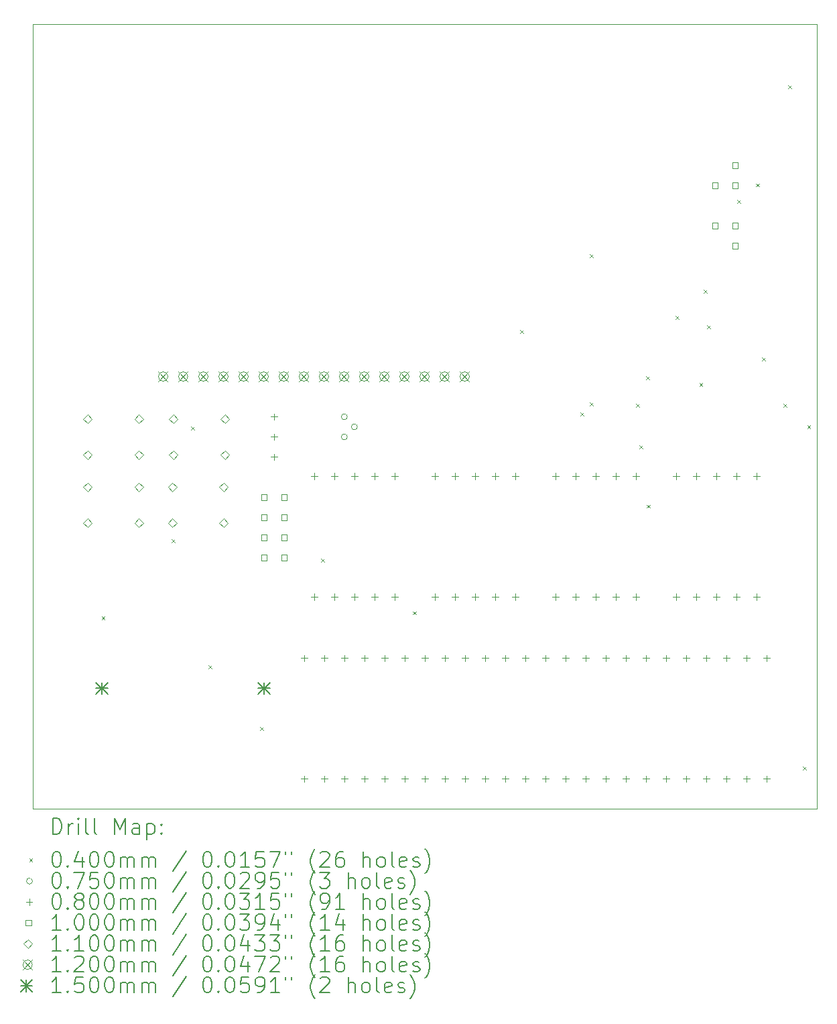
<source format=gbr>
%TF.GenerationSoftware,KiCad,Pcbnew,(6.0.8)*%
%TF.CreationDate,2024-09-05T02:31:09-03:00*%
%TF.ProjectId,Projeto_01,50726f6a-6574-46f5-9f30-312e6b696361,rev?*%
%TF.SameCoordinates,Original*%
%TF.FileFunction,Drillmap*%
%TF.FilePolarity,Positive*%
%FSLAX45Y45*%
G04 Gerber Fmt 4.5, Leading zero omitted, Abs format (unit mm)*
G04 Created by KiCad (PCBNEW (6.0.8)) date 2024-09-05 02:31:09*
%MOMM*%
%LPD*%
G01*
G04 APERTURE LIST*
%ADD10C,0.100000*%
%ADD11C,0.200000*%
%ADD12C,0.040000*%
%ADD13C,0.075000*%
%ADD14C,0.080000*%
%ADD15C,0.110000*%
%ADD16C,0.120000*%
%ADD17C,0.150000*%
G04 APERTURE END LIST*
D10*
X16764000Y-3429000D02*
X26670000Y-3429000D01*
X26670000Y-3429000D02*
X26670000Y-13335000D01*
X26670000Y-13335000D02*
X16764000Y-13335000D01*
X16764000Y-13335000D02*
X16764000Y-3429000D01*
D11*
D12*
X17633230Y-10901370D02*
X17673230Y-10941370D01*
X17673230Y-10901370D02*
X17633230Y-10941370D01*
X18515550Y-9926700D02*
X18555550Y-9966700D01*
X18555550Y-9926700D02*
X18515550Y-9966700D01*
X18762700Y-8507480D02*
X18802700Y-8547480D01*
X18802700Y-8507480D02*
X18762700Y-8547480D01*
X18984120Y-11518170D02*
X19024120Y-11558170D01*
X19024120Y-11518170D02*
X18984120Y-11558170D01*
X19636440Y-12301940D02*
X19676440Y-12341940D01*
X19676440Y-12301940D02*
X19636440Y-12341940D01*
X20407300Y-10172380D02*
X20447300Y-10212380D01*
X20447300Y-10172380D02*
X20407300Y-10212380D01*
X21564190Y-10839210D02*
X21604190Y-10879210D01*
X21604190Y-10839210D02*
X21564190Y-10879210D01*
X22920930Y-7288550D02*
X22960930Y-7328550D01*
X22960930Y-7288550D02*
X22920930Y-7328550D01*
X23681660Y-8325280D02*
X23721660Y-8365280D01*
X23721660Y-8325280D02*
X23681660Y-8365280D01*
X23799230Y-6327950D02*
X23839230Y-6367950D01*
X23839230Y-6327950D02*
X23799230Y-6367950D01*
X23799230Y-8201380D02*
X23839230Y-8241380D01*
X23839230Y-8201380D02*
X23799230Y-8241380D01*
X24383410Y-8219620D02*
X24423410Y-8259620D01*
X24423410Y-8219620D02*
X24383410Y-8259620D01*
X24428240Y-8743060D02*
X24468240Y-8783060D01*
X24468240Y-8743060D02*
X24428240Y-8783060D01*
X24512820Y-7869490D02*
X24552820Y-7909490D01*
X24552820Y-7869490D02*
X24512820Y-7909490D01*
X24519040Y-9492500D02*
X24559040Y-9532500D01*
X24559040Y-9492500D02*
X24519040Y-9532500D01*
X24886530Y-7108510D02*
X24926530Y-7148510D01*
X24926530Y-7108510D02*
X24886530Y-7148510D01*
X25186000Y-7954580D02*
X25226000Y-7994580D01*
X25226000Y-7954580D02*
X25186000Y-7994580D01*
X25238230Y-6777030D02*
X25278230Y-6817030D01*
X25278230Y-6777030D02*
X25238230Y-6817030D01*
X25280900Y-7225900D02*
X25320900Y-7265900D01*
X25320900Y-7225900D02*
X25280900Y-7265900D01*
X25665870Y-5643980D02*
X25705870Y-5683980D01*
X25705870Y-5643980D02*
X25665870Y-5683980D01*
X25902860Y-5436540D02*
X25942860Y-5476540D01*
X25942860Y-5436540D02*
X25902860Y-5476540D01*
X25978450Y-7634880D02*
X26018450Y-7674880D01*
X26018450Y-7634880D02*
X25978450Y-7674880D01*
X26249930Y-8217010D02*
X26289930Y-8257010D01*
X26289930Y-8217010D02*
X26249930Y-8257010D01*
X26308800Y-4195500D02*
X26348800Y-4235500D01*
X26348800Y-4195500D02*
X26308800Y-4235500D01*
X26493010Y-12799400D02*
X26533010Y-12839400D01*
X26533010Y-12799400D02*
X26493010Y-12839400D01*
X26550030Y-8489000D02*
X26590030Y-8529000D01*
X26590030Y-8489000D02*
X26550030Y-8529000D01*
D13*
X20738500Y-8382000D02*
G75*
G03*
X20738500Y-8382000I-37500J0D01*
G01*
X20738500Y-8636000D02*
G75*
G03*
X20738500Y-8636000I-37500J0D01*
G01*
X20865500Y-8509000D02*
G75*
G03*
X20865500Y-8509000I-37500J0D01*
G01*
D14*
X19812000Y-8342000D02*
X19812000Y-8422000D01*
X19772000Y-8382000D02*
X19852000Y-8382000D01*
X19812000Y-8596000D02*
X19812000Y-8676000D01*
X19772000Y-8636000D02*
X19852000Y-8636000D01*
X19812000Y-8850000D02*
X19812000Y-8930000D01*
X19772000Y-8890000D02*
X19852000Y-8890000D01*
X20194000Y-11388000D02*
X20194000Y-11468000D01*
X20154000Y-11428000D02*
X20234000Y-11428000D01*
X20194000Y-12912000D02*
X20194000Y-12992000D01*
X20154000Y-12952000D02*
X20234000Y-12952000D01*
X20320000Y-9091750D02*
X20320000Y-9171750D01*
X20280000Y-9131750D02*
X20360000Y-9131750D01*
X20320000Y-10615750D02*
X20320000Y-10695750D01*
X20280000Y-10655750D02*
X20360000Y-10655750D01*
X20448000Y-11388000D02*
X20448000Y-11468000D01*
X20408000Y-11428000D02*
X20488000Y-11428000D01*
X20448000Y-12912000D02*
X20448000Y-12992000D01*
X20408000Y-12952000D02*
X20488000Y-12952000D01*
X20574000Y-9091750D02*
X20574000Y-9171750D01*
X20534000Y-9131750D02*
X20614000Y-9131750D01*
X20574000Y-10615750D02*
X20574000Y-10695750D01*
X20534000Y-10655750D02*
X20614000Y-10655750D01*
X20702000Y-11388000D02*
X20702000Y-11468000D01*
X20662000Y-11428000D02*
X20742000Y-11428000D01*
X20702000Y-12912000D02*
X20702000Y-12992000D01*
X20662000Y-12952000D02*
X20742000Y-12952000D01*
X20828000Y-9091750D02*
X20828000Y-9171750D01*
X20788000Y-9131750D02*
X20868000Y-9131750D01*
X20828000Y-10615750D02*
X20828000Y-10695750D01*
X20788000Y-10655750D02*
X20868000Y-10655750D01*
X20956000Y-11388000D02*
X20956000Y-11468000D01*
X20916000Y-11428000D02*
X20996000Y-11428000D01*
X20956000Y-12912000D02*
X20956000Y-12992000D01*
X20916000Y-12952000D02*
X20996000Y-12952000D01*
X21082000Y-9091750D02*
X21082000Y-9171750D01*
X21042000Y-9131750D02*
X21122000Y-9131750D01*
X21082000Y-10615750D02*
X21082000Y-10695750D01*
X21042000Y-10655750D02*
X21122000Y-10655750D01*
X21210000Y-11388000D02*
X21210000Y-11468000D01*
X21170000Y-11428000D02*
X21250000Y-11428000D01*
X21210000Y-12912000D02*
X21210000Y-12992000D01*
X21170000Y-12952000D02*
X21250000Y-12952000D01*
X21336000Y-9091750D02*
X21336000Y-9171750D01*
X21296000Y-9131750D02*
X21376000Y-9131750D01*
X21336000Y-10615750D02*
X21336000Y-10695750D01*
X21296000Y-10655750D02*
X21376000Y-10655750D01*
X21464000Y-11388000D02*
X21464000Y-11468000D01*
X21424000Y-11428000D02*
X21504000Y-11428000D01*
X21464000Y-12912000D02*
X21464000Y-12992000D01*
X21424000Y-12952000D02*
X21504000Y-12952000D01*
X21718000Y-11388000D02*
X21718000Y-11468000D01*
X21678000Y-11428000D02*
X21758000Y-11428000D01*
X21718000Y-12912000D02*
X21718000Y-12992000D01*
X21678000Y-12952000D02*
X21758000Y-12952000D01*
X21844000Y-9091750D02*
X21844000Y-9171750D01*
X21804000Y-9131750D02*
X21884000Y-9131750D01*
X21844000Y-10615750D02*
X21844000Y-10695750D01*
X21804000Y-10655750D02*
X21884000Y-10655750D01*
X21972000Y-11388000D02*
X21972000Y-11468000D01*
X21932000Y-11428000D02*
X22012000Y-11428000D01*
X21972000Y-12912000D02*
X21972000Y-12992000D01*
X21932000Y-12952000D02*
X22012000Y-12952000D01*
X22098000Y-9091750D02*
X22098000Y-9171750D01*
X22058000Y-9131750D02*
X22138000Y-9131750D01*
X22098000Y-10615750D02*
X22098000Y-10695750D01*
X22058000Y-10655750D02*
X22138000Y-10655750D01*
X22226000Y-11388000D02*
X22226000Y-11468000D01*
X22186000Y-11428000D02*
X22266000Y-11428000D01*
X22226000Y-12912000D02*
X22226000Y-12992000D01*
X22186000Y-12952000D02*
X22266000Y-12952000D01*
X22352000Y-9091750D02*
X22352000Y-9171750D01*
X22312000Y-9131750D02*
X22392000Y-9131750D01*
X22352000Y-10615750D02*
X22352000Y-10695750D01*
X22312000Y-10655750D02*
X22392000Y-10655750D01*
X22480000Y-11388000D02*
X22480000Y-11468000D01*
X22440000Y-11428000D02*
X22520000Y-11428000D01*
X22480000Y-12912000D02*
X22480000Y-12992000D01*
X22440000Y-12952000D02*
X22520000Y-12952000D01*
X22606000Y-9091750D02*
X22606000Y-9171750D01*
X22566000Y-9131750D02*
X22646000Y-9131750D01*
X22606000Y-10615750D02*
X22606000Y-10695750D01*
X22566000Y-10655750D02*
X22646000Y-10655750D01*
X22734000Y-11388000D02*
X22734000Y-11468000D01*
X22694000Y-11428000D02*
X22774000Y-11428000D01*
X22734000Y-12912000D02*
X22734000Y-12992000D01*
X22694000Y-12952000D02*
X22774000Y-12952000D01*
X22860000Y-9091750D02*
X22860000Y-9171750D01*
X22820000Y-9131750D02*
X22900000Y-9131750D01*
X22860000Y-10615750D02*
X22860000Y-10695750D01*
X22820000Y-10655750D02*
X22900000Y-10655750D01*
X22988000Y-11388000D02*
X22988000Y-11468000D01*
X22948000Y-11428000D02*
X23028000Y-11428000D01*
X22988000Y-12912000D02*
X22988000Y-12992000D01*
X22948000Y-12952000D02*
X23028000Y-12952000D01*
X23242000Y-11388000D02*
X23242000Y-11468000D01*
X23202000Y-11428000D02*
X23282000Y-11428000D01*
X23242000Y-12912000D02*
X23242000Y-12992000D01*
X23202000Y-12952000D02*
X23282000Y-12952000D01*
X23368000Y-9091750D02*
X23368000Y-9171750D01*
X23328000Y-9131750D02*
X23408000Y-9131750D01*
X23368000Y-10615750D02*
X23368000Y-10695750D01*
X23328000Y-10655750D02*
X23408000Y-10655750D01*
X23496000Y-11388000D02*
X23496000Y-11468000D01*
X23456000Y-11428000D02*
X23536000Y-11428000D01*
X23496000Y-12912000D02*
X23496000Y-12992000D01*
X23456000Y-12952000D02*
X23536000Y-12952000D01*
X23622000Y-9091750D02*
X23622000Y-9171750D01*
X23582000Y-9131750D02*
X23662000Y-9131750D01*
X23622000Y-10615750D02*
X23622000Y-10695750D01*
X23582000Y-10655750D02*
X23662000Y-10655750D01*
X23750000Y-11388000D02*
X23750000Y-11468000D01*
X23710000Y-11428000D02*
X23790000Y-11428000D01*
X23750000Y-12912000D02*
X23750000Y-12992000D01*
X23710000Y-12952000D02*
X23790000Y-12952000D01*
X23876000Y-9091750D02*
X23876000Y-9171750D01*
X23836000Y-9131750D02*
X23916000Y-9131750D01*
X23876000Y-10615750D02*
X23876000Y-10695750D01*
X23836000Y-10655750D02*
X23916000Y-10655750D01*
X24004000Y-11388000D02*
X24004000Y-11468000D01*
X23964000Y-11428000D02*
X24044000Y-11428000D01*
X24004000Y-12912000D02*
X24004000Y-12992000D01*
X23964000Y-12952000D02*
X24044000Y-12952000D01*
X24130000Y-9091750D02*
X24130000Y-9171750D01*
X24090000Y-9131750D02*
X24170000Y-9131750D01*
X24130000Y-10615750D02*
X24130000Y-10695750D01*
X24090000Y-10655750D02*
X24170000Y-10655750D01*
X24258000Y-11388000D02*
X24258000Y-11468000D01*
X24218000Y-11428000D02*
X24298000Y-11428000D01*
X24258000Y-12912000D02*
X24258000Y-12992000D01*
X24218000Y-12952000D02*
X24298000Y-12952000D01*
X24384000Y-9091750D02*
X24384000Y-9171750D01*
X24344000Y-9131750D02*
X24424000Y-9131750D01*
X24384000Y-10615750D02*
X24384000Y-10695750D01*
X24344000Y-10655750D02*
X24424000Y-10655750D01*
X24512000Y-11388000D02*
X24512000Y-11468000D01*
X24472000Y-11428000D02*
X24552000Y-11428000D01*
X24512000Y-12912000D02*
X24512000Y-12992000D01*
X24472000Y-12952000D02*
X24552000Y-12952000D01*
X24766000Y-11388000D02*
X24766000Y-11468000D01*
X24726000Y-11428000D02*
X24806000Y-11428000D01*
X24766000Y-12912000D02*
X24766000Y-12992000D01*
X24726000Y-12952000D02*
X24806000Y-12952000D01*
X24892000Y-9091750D02*
X24892000Y-9171750D01*
X24852000Y-9131750D02*
X24932000Y-9131750D01*
X24892000Y-10615750D02*
X24892000Y-10695750D01*
X24852000Y-10655750D02*
X24932000Y-10655750D01*
X25020000Y-11388000D02*
X25020000Y-11468000D01*
X24980000Y-11428000D02*
X25060000Y-11428000D01*
X25020000Y-12912000D02*
X25020000Y-12992000D01*
X24980000Y-12952000D02*
X25060000Y-12952000D01*
X25146000Y-9091750D02*
X25146000Y-9171750D01*
X25106000Y-9131750D02*
X25186000Y-9131750D01*
X25146000Y-10615750D02*
X25146000Y-10695750D01*
X25106000Y-10655750D02*
X25186000Y-10655750D01*
X25274000Y-11388000D02*
X25274000Y-11468000D01*
X25234000Y-11428000D02*
X25314000Y-11428000D01*
X25274000Y-12912000D02*
X25274000Y-12992000D01*
X25234000Y-12952000D02*
X25314000Y-12952000D01*
X25400000Y-9091750D02*
X25400000Y-9171750D01*
X25360000Y-9131750D02*
X25440000Y-9131750D01*
X25400000Y-10615750D02*
X25400000Y-10695750D01*
X25360000Y-10655750D02*
X25440000Y-10655750D01*
X25528000Y-11388000D02*
X25528000Y-11468000D01*
X25488000Y-11428000D02*
X25568000Y-11428000D01*
X25528000Y-12912000D02*
X25528000Y-12992000D01*
X25488000Y-12952000D02*
X25568000Y-12952000D01*
X25654000Y-9091750D02*
X25654000Y-9171750D01*
X25614000Y-9131750D02*
X25694000Y-9131750D01*
X25654000Y-10615750D02*
X25654000Y-10695750D01*
X25614000Y-10655750D02*
X25694000Y-10655750D01*
X25782000Y-11388000D02*
X25782000Y-11468000D01*
X25742000Y-11428000D02*
X25822000Y-11428000D01*
X25782000Y-12912000D02*
X25782000Y-12992000D01*
X25742000Y-12952000D02*
X25822000Y-12952000D01*
X25908000Y-9091750D02*
X25908000Y-9171750D01*
X25868000Y-9131750D02*
X25948000Y-9131750D01*
X25908000Y-10615750D02*
X25908000Y-10695750D01*
X25868000Y-10655750D02*
X25948000Y-10655750D01*
X26036000Y-11388000D02*
X26036000Y-11468000D01*
X25996000Y-11428000D02*
X26076000Y-11428000D01*
X26036000Y-12912000D02*
X26036000Y-12992000D01*
X25996000Y-12952000D02*
X26076000Y-12952000D01*
D10*
X19718356Y-9432356D02*
X19718356Y-9361644D01*
X19647644Y-9361644D01*
X19647644Y-9432356D01*
X19718356Y-9432356D01*
X19718356Y-9686356D02*
X19718356Y-9615644D01*
X19647644Y-9615644D01*
X19647644Y-9686356D01*
X19718356Y-9686356D01*
X19718356Y-9940356D02*
X19718356Y-9869644D01*
X19647644Y-9869644D01*
X19647644Y-9940356D01*
X19718356Y-9940356D01*
X19718356Y-10194356D02*
X19718356Y-10123644D01*
X19647644Y-10123644D01*
X19647644Y-10194356D01*
X19718356Y-10194356D01*
X19972356Y-9432356D02*
X19972356Y-9361644D01*
X19901644Y-9361644D01*
X19901644Y-9432356D01*
X19972356Y-9432356D01*
X19972356Y-9686356D02*
X19972356Y-9615644D01*
X19901644Y-9615644D01*
X19901644Y-9686356D01*
X19972356Y-9686356D01*
X19972356Y-9940356D02*
X19972356Y-9869644D01*
X19901644Y-9869644D01*
X19901644Y-9940356D01*
X19972356Y-9940356D01*
X19972356Y-10194356D02*
X19972356Y-10123644D01*
X19901644Y-10123644D01*
X19901644Y-10194356D01*
X19972356Y-10194356D01*
X25421356Y-5495356D02*
X25421356Y-5424644D01*
X25350644Y-5424644D01*
X25350644Y-5495356D01*
X25421356Y-5495356D01*
X25421356Y-6003356D02*
X25421356Y-5932644D01*
X25350644Y-5932644D01*
X25350644Y-6003356D01*
X25421356Y-6003356D01*
X25675356Y-5241356D02*
X25675356Y-5170644D01*
X25604644Y-5170644D01*
X25604644Y-5241356D01*
X25675356Y-5241356D01*
X25675356Y-5495356D02*
X25675356Y-5424644D01*
X25604644Y-5424644D01*
X25604644Y-5495356D01*
X25675356Y-5495356D01*
X25675356Y-6003356D02*
X25675356Y-5932644D01*
X25604644Y-5932644D01*
X25604644Y-6003356D01*
X25675356Y-6003356D01*
X25675356Y-6257356D02*
X25675356Y-6186644D01*
X25604644Y-6186644D01*
X25604644Y-6257356D01*
X25675356Y-6257356D01*
D15*
X17455000Y-8466000D02*
X17510000Y-8411000D01*
X17455000Y-8356000D01*
X17400000Y-8411000D01*
X17455000Y-8466000D01*
X17455000Y-8916000D02*
X17510000Y-8861000D01*
X17455000Y-8806000D01*
X17400000Y-8861000D01*
X17455000Y-8916000D01*
X17455000Y-9326000D02*
X17510000Y-9271000D01*
X17455000Y-9216000D01*
X17400000Y-9271000D01*
X17455000Y-9326000D01*
X17455000Y-9776000D02*
X17510000Y-9721000D01*
X17455000Y-9666000D01*
X17400000Y-9721000D01*
X17455000Y-9776000D01*
X18105000Y-8466000D02*
X18160000Y-8411000D01*
X18105000Y-8356000D01*
X18050000Y-8411000D01*
X18105000Y-8466000D01*
X18105000Y-8916000D02*
X18160000Y-8861000D01*
X18105000Y-8806000D01*
X18050000Y-8861000D01*
X18105000Y-8916000D01*
X18105000Y-9326000D02*
X18160000Y-9271000D01*
X18105000Y-9216000D01*
X18050000Y-9271000D01*
X18105000Y-9326000D01*
X18105000Y-9776000D02*
X18160000Y-9721000D01*
X18105000Y-9666000D01*
X18050000Y-9721000D01*
X18105000Y-9776000D01*
X18527000Y-9326000D02*
X18582000Y-9271000D01*
X18527000Y-9216000D01*
X18472000Y-9271000D01*
X18527000Y-9326000D01*
X18527000Y-9776000D02*
X18582000Y-9721000D01*
X18527000Y-9666000D01*
X18472000Y-9721000D01*
X18527000Y-9776000D01*
X18542000Y-8466000D02*
X18597000Y-8411000D01*
X18542000Y-8356000D01*
X18487000Y-8411000D01*
X18542000Y-8466000D01*
X18542000Y-8916000D02*
X18597000Y-8861000D01*
X18542000Y-8806000D01*
X18487000Y-8861000D01*
X18542000Y-8916000D01*
X19177000Y-9326000D02*
X19232000Y-9271000D01*
X19177000Y-9216000D01*
X19122000Y-9271000D01*
X19177000Y-9326000D01*
X19177000Y-9776000D02*
X19232000Y-9721000D01*
X19177000Y-9666000D01*
X19122000Y-9721000D01*
X19177000Y-9776000D01*
X19192000Y-8466000D02*
X19247000Y-8411000D01*
X19192000Y-8356000D01*
X19137000Y-8411000D01*
X19192000Y-8466000D01*
X19192000Y-8916000D02*
X19247000Y-8861000D01*
X19192000Y-8806000D01*
X19137000Y-8861000D01*
X19192000Y-8916000D01*
D16*
X18350000Y-7814000D02*
X18470000Y-7934000D01*
X18470000Y-7814000D02*
X18350000Y-7934000D01*
X18470000Y-7874000D02*
G75*
G03*
X18470000Y-7874000I-60000J0D01*
G01*
X18603492Y-7813746D02*
X18723492Y-7933746D01*
X18723492Y-7813746D02*
X18603492Y-7933746D01*
X18723492Y-7873746D02*
G75*
G03*
X18723492Y-7873746I-60000J0D01*
G01*
X18858000Y-7814000D02*
X18978000Y-7934000D01*
X18978000Y-7814000D02*
X18858000Y-7934000D01*
X18978000Y-7874000D02*
G75*
G03*
X18978000Y-7874000I-60000J0D01*
G01*
X19112000Y-7814000D02*
X19232000Y-7934000D01*
X19232000Y-7814000D02*
X19112000Y-7934000D01*
X19232000Y-7874000D02*
G75*
G03*
X19232000Y-7874000I-60000J0D01*
G01*
X19366000Y-7814000D02*
X19486000Y-7934000D01*
X19486000Y-7814000D02*
X19366000Y-7934000D01*
X19486000Y-7874000D02*
G75*
G03*
X19486000Y-7874000I-60000J0D01*
G01*
X19620000Y-7814000D02*
X19740000Y-7934000D01*
X19740000Y-7814000D02*
X19620000Y-7934000D01*
X19740000Y-7874000D02*
G75*
G03*
X19740000Y-7874000I-60000J0D01*
G01*
X19874000Y-7814000D02*
X19994000Y-7934000D01*
X19994000Y-7814000D02*
X19874000Y-7934000D01*
X19994000Y-7874000D02*
G75*
G03*
X19994000Y-7874000I-60000J0D01*
G01*
X20128000Y-7814000D02*
X20248000Y-7934000D01*
X20248000Y-7814000D02*
X20128000Y-7934000D01*
X20248000Y-7874000D02*
G75*
G03*
X20248000Y-7874000I-60000J0D01*
G01*
X20382000Y-7814000D02*
X20502000Y-7934000D01*
X20502000Y-7814000D02*
X20382000Y-7934000D01*
X20502000Y-7874000D02*
G75*
G03*
X20502000Y-7874000I-60000J0D01*
G01*
X20636000Y-7814000D02*
X20756000Y-7934000D01*
X20756000Y-7814000D02*
X20636000Y-7934000D01*
X20756000Y-7874000D02*
G75*
G03*
X20756000Y-7874000I-60000J0D01*
G01*
X20890000Y-7814000D02*
X21010000Y-7934000D01*
X21010000Y-7814000D02*
X20890000Y-7934000D01*
X21010000Y-7874000D02*
G75*
G03*
X21010000Y-7874000I-60000J0D01*
G01*
X21144000Y-7814000D02*
X21264000Y-7934000D01*
X21264000Y-7814000D02*
X21144000Y-7934000D01*
X21264000Y-7874000D02*
G75*
G03*
X21264000Y-7874000I-60000J0D01*
G01*
X21398000Y-7814000D02*
X21518000Y-7934000D01*
X21518000Y-7814000D02*
X21398000Y-7934000D01*
X21518000Y-7874000D02*
G75*
G03*
X21518000Y-7874000I-60000J0D01*
G01*
X21652000Y-7814000D02*
X21772000Y-7934000D01*
X21772000Y-7814000D02*
X21652000Y-7934000D01*
X21772000Y-7874000D02*
G75*
G03*
X21772000Y-7874000I-60000J0D01*
G01*
X21905492Y-7813746D02*
X22025492Y-7933746D01*
X22025492Y-7813746D02*
X21905492Y-7933746D01*
X22025492Y-7873746D02*
G75*
G03*
X22025492Y-7873746I-60000J0D01*
G01*
X22160000Y-7814000D02*
X22280000Y-7934000D01*
X22280000Y-7814000D02*
X22160000Y-7934000D01*
X22280000Y-7874000D02*
G75*
G03*
X22280000Y-7874000I-60000J0D01*
G01*
D17*
X17561000Y-11736000D02*
X17711000Y-11886000D01*
X17711000Y-11736000D02*
X17561000Y-11886000D01*
X17636000Y-11736000D02*
X17636000Y-11886000D01*
X17561000Y-11811000D02*
X17711000Y-11811000D01*
X19610000Y-11736000D02*
X19760000Y-11886000D01*
X19760000Y-11736000D02*
X19610000Y-11886000D01*
X19685000Y-11736000D02*
X19685000Y-11886000D01*
X19610000Y-11811000D02*
X19760000Y-11811000D01*
D11*
X17016619Y-13650476D02*
X17016619Y-13450476D01*
X17064238Y-13450476D01*
X17092810Y-13460000D01*
X17111857Y-13479048D01*
X17121381Y-13498095D01*
X17130905Y-13536190D01*
X17130905Y-13564762D01*
X17121381Y-13602857D01*
X17111857Y-13621905D01*
X17092810Y-13640952D01*
X17064238Y-13650476D01*
X17016619Y-13650476D01*
X17216619Y-13650476D02*
X17216619Y-13517143D01*
X17216619Y-13555238D02*
X17226143Y-13536190D01*
X17235667Y-13526667D01*
X17254714Y-13517143D01*
X17273762Y-13517143D01*
X17340429Y-13650476D02*
X17340429Y-13517143D01*
X17340429Y-13450476D02*
X17330905Y-13460000D01*
X17340429Y-13469524D01*
X17349952Y-13460000D01*
X17340429Y-13450476D01*
X17340429Y-13469524D01*
X17464238Y-13650476D02*
X17445190Y-13640952D01*
X17435667Y-13621905D01*
X17435667Y-13450476D01*
X17569000Y-13650476D02*
X17549952Y-13640952D01*
X17540429Y-13621905D01*
X17540429Y-13450476D01*
X17797571Y-13650476D02*
X17797571Y-13450476D01*
X17864238Y-13593333D01*
X17930905Y-13450476D01*
X17930905Y-13650476D01*
X18111857Y-13650476D02*
X18111857Y-13545714D01*
X18102333Y-13526667D01*
X18083286Y-13517143D01*
X18045190Y-13517143D01*
X18026143Y-13526667D01*
X18111857Y-13640952D02*
X18092810Y-13650476D01*
X18045190Y-13650476D01*
X18026143Y-13640952D01*
X18016619Y-13621905D01*
X18016619Y-13602857D01*
X18026143Y-13583809D01*
X18045190Y-13574286D01*
X18092810Y-13574286D01*
X18111857Y-13564762D01*
X18207095Y-13517143D02*
X18207095Y-13717143D01*
X18207095Y-13526667D02*
X18226143Y-13517143D01*
X18264238Y-13517143D01*
X18283286Y-13526667D01*
X18292810Y-13536190D01*
X18302333Y-13555238D01*
X18302333Y-13612381D01*
X18292810Y-13631428D01*
X18283286Y-13640952D01*
X18264238Y-13650476D01*
X18226143Y-13650476D01*
X18207095Y-13640952D01*
X18388048Y-13631428D02*
X18397571Y-13640952D01*
X18388048Y-13650476D01*
X18378524Y-13640952D01*
X18388048Y-13631428D01*
X18388048Y-13650476D01*
X18388048Y-13526667D02*
X18397571Y-13536190D01*
X18388048Y-13545714D01*
X18378524Y-13536190D01*
X18388048Y-13526667D01*
X18388048Y-13545714D01*
D12*
X16719000Y-13960000D02*
X16759000Y-14000000D01*
X16759000Y-13960000D02*
X16719000Y-14000000D01*
D11*
X17054714Y-13870476D02*
X17073762Y-13870476D01*
X17092810Y-13880000D01*
X17102333Y-13889524D01*
X17111857Y-13908571D01*
X17121381Y-13946667D01*
X17121381Y-13994286D01*
X17111857Y-14032381D01*
X17102333Y-14051428D01*
X17092810Y-14060952D01*
X17073762Y-14070476D01*
X17054714Y-14070476D01*
X17035667Y-14060952D01*
X17026143Y-14051428D01*
X17016619Y-14032381D01*
X17007095Y-13994286D01*
X17007095Y-13946667D01*
X17016619Y-13908571D01*
X17026143Y-13889524D01*
X17035667Y-13880000D01*
X17054714Y-13870476D01*
X17207095Y-14051428D02*
X17216619Y-14060952D01*
X17207095Y-14070476D01*
X17197571Y-14060952D01*
X17207095Y-14051428D01*
X17207095Y-14070476D01*
X17388048Y-13937143D02*
X17388048Y-14070476D01*
X17340429Y-13860952D02*
X17292810Y-14003809D01*
X17416619Y-14003809D01*
X17530905Y-13870476D02*
X17549952Y-13870476D01*
X17569000Y-13880000D01*
X17578524Y-13889524D01*
X17588048Y-13908571D01*
X17597571Y-13946667D01*
X17597571Y-13994286D01*
X17588048Y-14032381D01*
X17578524Y-14051428D01*
X17569000Y-14060952D01*
X17549952Y-14070476D01*
X17530905Y-14070476D01*
X17511857Y-14060952D01*
X17502333Y-14051428D01*
X17492810Y-14032381D01*
X17483286Y-13994286D01*
X17483286Y-13946667D01*
X17492810Y-13908571D01*
X17502333Y-13889524D01*
X17511857Y-13880000D01*
X17530905Y-13870476D01*
X17721381Y-13870476D02*
X17740429Y-13870476D01*
X17759476Y-13880000D01*
X17769000Y-13889524D01*
X17778524Y-13908571D01*
X17788048Y-13946667D01*
X17788048Y-13994286D01*
X17778524Y-14032381D01*
X17769000Y-14051428D01*
X17759476Y-14060952D01*
X17740429Y-14070476D01*
X17721381Y-14070476D01*
X17702333Y-14060952D01*
X17692810Y-14051428D01*
X17683286Y-14032381D01*
X17673762Y-13994286D01*
X17673762Y-13946667D01*
X17683286Y-13908571D01*
X17692810Y-13889524D01*
X17702333Y-13880000D01*
X17721381Y-13870476D01*
X17873762Y-14070476D02*
X17873762Y-13937143D01*
X17873762Y-13956190D02*
X17883286Y-13946667D01*
X17902333Y-13937143D01*
X17930905Y-13937143D01*
X17949952Y-13946667D01*
X17959476Y-13965714D01*
X17959476Y-14070476D01*
X17959476Y-13965714D02*
X17969000Y-13946667D01*
X17988048Y-13937143D01*
X18016619Y-13937143D01*
X18035667Y-13946667D01*
X18045190Y-13965714D01*
X18045190Y-14070476D01*
X18140429Y-14070476D02*
X18140429Y-13937143D01*
X18140429Y-13956190D02*
X18149952Y-13946667D01*
X18169000Y-13937143D01*
X18197571Y-13937143D01*
X18216619Y-13946667D01*
X18226143Y-13965714D01*
X18226143Y-14070476D01*
X18226143Y-13965714D02*
X18235667Y-13946667D01*
X18254714Y-13937143D01*
X18283286Y-13937143D01*
X18302333Y-13946667D01*
X18311857Y-13965714D01*
X18311857Y-14070476D01*
X18702333Y-13860952D02*
X18530905Y-14118095D01*
X18959476Y-13870476D02*
X18978524Y-13870476D01*
X18997571Y-13880000D01*
X19007095Y-13889524D01*
X19016619Y-13908571D01*
X19026143Y-13946667D01*
X19026143Y-13994286D01*
X19016619Y-14032381D01*
X19007095Y-14051428D01*
X18997571Y-14060952D01*
X18978524Y-14070476D01*
X18959476Y-14070476D01*
X18940429Y-14060952D01*
X18930905Y-14051428D01*
X18921381Y-14032381D01*
X18911857Y-13994286D01*
X18911857Y-13946667D01*
X18921381Y-13908571D01*
X18930905Y-13889524D01*
X18940429Y-13880000D01*
X18959476Y-13870476D01*
X19111857Y-14051428D02*
X19121381Y-14060952D01*
X19111857Y-14070476D01*
X19102333Y-14060952D01*
X19111857Y-14051428D01*
X19111857Y-14070476D01*
X19245190Y-13870476D02*
X19264238Y-13870476D01*
X19283286Y-13880000D01*
X19292810Y-13889524D01*
X19302333Y-13908571D01*
X19311857Y-13946667D01*
X19311857Y-13994286D01*
X19302333Y-14032381D01*
X19292810Y-14051428D01*
X19283286Y-14060952D01*
X19264238Y-14070476D01*
X19245190Y-14070476D01*
X19226143Y-14060952D01*
X19216619Y-14051428D01*
X19207095Y-14032381D01*
X19197571Y-13994286D01*
X19197571Y-13946667D01*
X19207095Y-13908571D01*
X19216619Y-13889524D01*
X19226143Y-13880000D01*
X19245190Y-13870476D01*
X19502333Y-14070476D02*
X19388048Y-14070476D01*
X19445190Y-14070476D02*
X19445190Y-13870476D01*
X19426143Y-13899048D01*
X19407095Y-13918095D01*
X19388048Y-13927619D01*
X19683286Y-13870476D02*
X19588048Y-13870476D01*
X19578524Y-13965714D01*
X19588048Y-13956190D01*
X19607095Y-13946667D01*
X19654714Y-13946667D01*
X19673762Y-13956190D01*
X19683286Y-13965714D01*
X19692810Y-13984762D01*
X19692810Y-14032381D01*
X19683286Y-14051428D01*
X19673762Y-14060952D01*
X19654714Y-14070476D01*
X19607095Y-14070476D01*
X19588048Y-14060952D01*
X19578524Y-14051428D01*
X19759476Y-13870476D02*
X19892810Y-13870476D01*
X19807095Y-14070476D01*
X19959476Y-13870476D02*
X19959476Y-13908571D01*
X20035667Y-13870476D02*
X20035667Y-13908571D01*
X20330905Y-14146667D02*
X20321381Y-14137143D01*
X20302333Y-14108571D01*
X20292810Y-14089524D01*
X20283286Y-14060952D01*
X20273762Y-14013333D01*
X20273762Y-13975238D01*
X20283286Y-13927619D01*
X20292810Y-13899048D01*
X20302333Y-13880000D01*
X20321381Y-13851428D01*
X20330905Y-13841905D01*
X20397571Y-13889524D02*
X20407095Y-13880000D01*
X20426143Y-13870476D01*
X20473762Y-13870476D01*
X20492810Y-13880000D01*
X20502333Y-13889524D01*
X20511857Y-13908571D01*
X20511857Y-13927619D01*
X20502333Y-13956190D01*
X20388048Y-14070476D01*
X20511857Y-14070476D01*
X20683286Y-13870476D02*
X20645190Y-13870476D01*
X20626143Y-13880000D01*
X20616619Y-13889524D01*
X20597571Y-13918095D01*
X20588048Y-13956190D01*
X20588048Y-14032381D01*
X20597571Y-14051428D01*
X20607095Y-14060952D01*
X20626143Y-14070476D01*
X20664238Y-14070476D01*
X20683286Y-14060952D01*
X20692810Y-14051428D01*
X20702333Y-14032381D01*
X20702333Y-13984762D01*
X20692810Y-13965714D01*
X20683286Y-13956190D01*
X20664238Y-13946667D01*
X20626143Y-13946667D01*
X20607095Y-13956190D01*
X20597571Y-13965714D01*
X20588048Y-13984762D01*
X20940429Y-14070476D02*
X20940429Y-13870476D01*
X21026143Y-14070476D02*
X21026143Y-13965714D01*
X21016619Y-13946667D01*
X20997571Y-13937143D01*
X20969000Y-13937143D01*
X20949952Y-13946667D01*
X20940429Y-13956190D01*
X21149952Y-14070476D02*
X21130905Y-14060952D01*
X21121381Y-14051428D01*
X21111857Y-14032381D01*
X21111857Y-13975238D01*
X21121381Y-13956190D01*
X21130905Y-13946667D01*
X21149952Y-13937143D01*
X21178524Y-13937143D01*
X21197571Y-13946667D01*
X21207095Y-13956190D01*
X21216619Y-13975238D01*
X21216619Y-14032381D01*
X21207095Y-14051428D01*
X21197571Y-14060952D01*
X21178524Y-14070476D01*
X21149952Y-14070476D01*
X21330905Y-14070476D02*
X21311857Y-14060952D01*
X21302333Y-14041905D01*
X21302333Y-13870476D01*
X21483286Y-14060952D02*
X21464238Y-14070476D01*
X21426143Y-14070476D01*
X21407095Y-14060952D01*
X21397571Y-14041905D01*
X21397571Y-13965714D01*
X21407095Y-13946667D01*
X21426143Y-13937143D01*
X21464238Y-13937143D01*
X21483286Y-13946667D01*
X21492810Y-13965714D01*
X21492810Y-13984762D01*
X21397571Y-14003809D01*
X21569000Y-14060952D02*
X21588048Y-14070476D01*
X21626143Y-14070476D01*
X21645190Y-14060952D01*
X21654714Y-14041905D01*
X21654714Y-14032381D01*
X21645190Y-14013333D01*
X21626143Y-14003809D01*
X21597571Y-14003809D01*
X21578524Y-13994286D01*
X21569000Y-13975238D01*
X21569000Y-13965714D01*
X21578524Y-13946667D01*
X21597571Y-13937143D01*
X21626143Y-13937143D01*
X21645190Y-13946667D01*
X21721381Y-14146667D02*
X21730905Y-14137143D01*
X21749952Y-14108571D01*
X21759476Y-14089524D01*
X21769000Y-14060952D01*
X21778524Y-14013333D01*
X21778524Y-13975238D01*
X21769000Y-13927619D01*
X21759476Y-13899048D01*
X21749952Y-13880000D01*
X21730905Y-13851428D01*
X21721381Y-13841905D01*
D13*
X16759000Y-14244000D02*
G75*
G03*
X16759000Y-14244000I-37500J0D01*
G01*
D11*
X17054714Y-14134476D02*
X17073762Y-14134476D01*
X17092810Y-14144000D01*
X17102333Y-14153524D01*
X17111857Y-14172571D01*
X17121381Y-14210667D01*
X17121381Y-14258286D01*
X17111857Y-14296381D01*
X17102333Y-14315428D01*
X17092810Y-14324952D01*
X17073762Y-14334476D01*
X17054714Y-14334476D01*
X17035667Y-14324952D01*
X17026143Y-14315428D01*
X17016619Y-14296381D01*
X17007095Y-14258286D01*
X17007095Y-14210667D01*
X17016619Y-14172571D01*
X17026143Y-14153524D01*
X17035667Y-14144000D01*
X17054714Y-14134476D01*
X17207095Y-14315428D02*
X17216619Y-14324952D01*
X17207095Y-14334476D01*
X17197571Y-14324952D01*
X17207095Y-14315428D01*
X17207095Y-14334476D01*
X17283286Y-14134476D02*
X17416619Y-14134476D01*
X17330905Y-14334476D01*
X17588048Y-14134476D02*
X17492810Y-14134476D01*
X17483286Y-14229714D01*
X17492810Y-14220190D01*
X17511857Y-14210667D01*
X17559476Y-14210667D01*
X17578524Y-14220190D01*
X17588048Y-14229714D01*
X17597571Y-14248762D01*
X17597571Y-14296381D01*
X17588048Y-14315428D01*
X17578524Y-14324952D01*
X17559476Y-14334476D01*
X17511857Y-14334476D01*
X17492810Y-14324952D01*
X17483286Y-14315428D01*
X17721381Y-14134476D02*
X17740429Y-14134476D01*
X17759476Y-14144000D01*
X17769000Y-14153524D01*
X17778524Y-14172571D01*
X17788048Y-14210667D01*
X17788048Y-14258286D01*
X17778524Y-14296381D01*
X17769000Y-14315428D01*
X17759476Y-14324952D01*
X17740429Y-14334476D01*
X17721381Y-14334476D01*
X17702333Y-14324952D01*
X17692810Y-14315428D01*
X17683286Y-14296381D01*
X17673762Y-14258286D01*
X17673762Y-14210667D01*
X17683286Y-14172571D01*
X17692810Y-14153524D01*
X17702333Y-14144000D01*
X17721381Y-14134476D01*
X17873762Y-14334476D02*
X17873762Y-14201143D01*
X17873762Y-14220190D02*
X17883286Y-14210667D01*
X17902333Y-14201143D01*
X17930905Y-14201143D01*
X17949952Y-14210667D01*
X17959476Y-14229714D01*
X17959476Y-14334476D01*
X17959476Y-14229714D02*
X17969000Y-14210667D01*
X17988048Y-14201143D01*
X18016619Y-14201143D01*
X18035667Y-14210667D01*
X18045190Y-14229714D01*
X18045190Y-14334476D01*
X18140429Y-14334476D02*
X18140429Y-14201143D01*
X18140429Y-14220190D02*
X18149952Y-14210667D01*
X18169000Y-14201143D01*
X18197571Y-14201143D01*
X18216619Y-14210667D01*
X18226143Y-14229714D01*
X18226143Y-14334476D01*
X18226143Y-14229714D02*
X18235667Y-14210667D01*
X18254714Y-14201143D01*
X18283286Y-14201143D01*
X18302333Y-14210667D01*
X18311857Y-14229714D01*
X18311857Y-14334476D01*
X18702333Y-14124952D02*
X18530905Y-14382095D01*
X18959476Y-14134476D02*
X18978524Y-14134476D01*
X18997571Y-14144000D01*
X19007095Y-14153524D01*
X19016619Y-14172571D01*
X19026143Y-14210667D01*
X19026143Y-14258286D01*
X19016619Y-14296381D01*
X19007095Y-14315428D01*
X18997571Y-14324952D01*
X18978524Y-14334476D01*
X18959476Y-14334476D01*
X18940429Y-14324952D01*
X18930905Y-14315428D01*
X18921381Y-14296381D01*
X18911857Y-14258286D01*
X18911857Y-14210667D01*
X18921381Y-14172571D01*
X18930905Y-14153524D01*
X18940429Y-14144000D01*
X18959476Y-14134476D01*
X19111857Y-14315428D02*
X19121381Y-14324952D01*
X19111857Y-14334476D01*
X19102333Y-14324952D01*
X19111857Y-14315428D01*
X19111857Y-14334476D01*
X19245190Y-14134476D02*
X19264238Y-14134476D01*
X19283286Y-14144000D01*
X19292810Y-14153524D01*
X19302333Y-14172571D01*
X19311857Y-14210667D01*
X19311857Y-14258286D01*
X19302333Y-14296381D01*
X19292810Y-14315428D01*
X19283286Y-14324952D01*
X19264238Y-14334476D01*
X19245190Y-14334476D01*
X19226143Y-14324952D01*
X19216619Y-14315428D01*
X19207095Y-14296381D01*
X19197571Y-14258286D01*
X19197571Y-14210667D01*
X19207095Y-14172571D01*
X19216619Y-14153524D01*
X19226143Y-14144000D01*
X19245190Y-14134476D01*
X19388048Y-14153524D02*
X19397571Y-14144000D01*
X19416619Y-14134476D01*
X19464238Y-14134476D01*
X19483286Y-14144000D01*
X19492810Y-14153524D01*
X19502333Y-14172571D01*
X19502333Y-14191619D01*
X19492810Y-14220190D01*
X19378524Y-14334476D01*
X19502333Y-14334476D01*
X19597571Y-14334476D02*
X19635667Y-14334476D01*
X19654714Y-14324952D01*
X19664238Y-14315428D01*
X19683286Y-14286857D01*
X19692810Y-14248762D01*
X19692810Y-14172571D01*
X19683286Y-14153524D01*
X19673762Y-14144000D01*
X19654714Y-14134476D01*
X19616619Y-14134476D01*
X19597571Y-14144000D01*
X19588048Y-14153524D01*
X19578524Y-14172571D01*
X19578524Y-14220190D01*
X19588048Y-14239238D01*
X19597571Y-14248762D01*
X19616619Y-14258286D01*
X19654714Y-14258286D01*
X19673762Y-14248762D01*
X19683286Y-14239238D01*
X19692810Y-14220190D01*
X19873762Y-14134476D02*
X19778524Y-14134476D01*
X19769000Y-14229714D01*
X19778524Y-14220190D01*
X19797571Y-14210667D01*
X19845190Y-14210667D01*
X19864238Y-14220190D01*
X19873762Y-14229714D01*
X19883286Y-14248762D01*
X19883286Y-14296381D01*
X19873762Y-14315428D01*
X19864238Y-14324952D01*
X19845190Y-14334476D01*
X19797571Y-14334476D01*
X19778524Y-14324952D01*
X19769000Y-14315428D01*
X19959476Y-14134476D02*
X19959476Y-14172571D01*
X20035667Y-14134476D02*
X20035667Y-14172571D01*
X20330905Y-14410667D02*
X20321381Y-14401143D01*
X20302333Y-14372571D01*
X20292810Y-14353524D01*
X20283286Y-14324952D01*
X20273762Y-14277333D01*
X20273762Y-14239238D01*
X20283286Y-14191619D01*
X20292810Y-14163048D01*
X20302333Y-14144000D01*
X20321381Y-14115428D01*
X20330905Y-14105905D01*
X20388048Y-14134476D02*
X20511857Y-14134476D01*
X20445190Y-14210667D01*
X20473762Y-14210667D01*
X20492810Y-14220190D01*
X20502333Y-14229714D01*
X20511857Y-14248762D01*
X20511857Y-14296381D01*
X20502333Y-14315428D01*
X20492810Y-14324952D01*
X20473762Y-14334476D01*
X20416619Y-14334476D01*
X20397571Y-14324952D01*
X20388048Y-14315428D01*
X20749952Y-14334476D02*
X20749952Y-14134476D01*
X20835667Y-14334476D02*
X20835667Y-14229714D01*
X20826143Y-14210667D01*
X20807095Y-14201143D01*
X20778524Y-14201143D01*
X20759476Y-14210667D01*
X20749952Y-14220190D01*
X20959476Y-14334476D02*
X20940429Y-14324952D01*
X20930905Y-14315428D01*
X20921381Y-14296381D01*
X20921381Y-14239238D01*
X20930905Y-14220190D01*
X20940429Y-14210667D01*
X20959476Y-14201143D01*
X20988048Y-14201143D01*
X21007095Y-14210667D01*
X21016619Y-14220190D01*
X21026143Y-14239238D01*
X21026143Y-14296381D01*
X21016619Y-14315428D01*
X21007095Y-14324952D01*
X20988048Y-14334476D01*
X20959476Y-14334476D01*
X21140429Y-14334476D02*
X21121381Y-14324952D01*
X21111857Y-14305905D01*
X21111857Y-14134476D01*
X21292810Y-14324952D02*
X21273762Y-14334476D01*
X21235667Y-14334476D01*
X21216619Y-14324952D01*
X21207095Y-14305905D01*
X21207095Y-14229714D01*
X21216619Y-14210667D01*
X21235667Y-14201143D01*
X21273762Y-14201143D01*
X21292810Y-14210667D01*
X21302333Y-14229714D01*
X21302333Y-14248762D01*
X21207095Y-14267809D01*
X21378524Y-14324952D02*
X21397571Y-14334476D01*
X21435667Y-14334476D01*
X21454714Y-14324952D01*
X21464238Y-14305905D01*
X21464238Y-14296381D01*
X21454714Y-14277333D01*
X21435667Y-14267809D01*
X21407095Y-14267809D01*
X21388048Y-14258286D01*
X21378524Y-14239238D01*
X21378524Y-14229714D01*
X21388048Y-14210667D01*
X21407095Y-14201143D01*
X21435667Y-14201143D01*
X21454714Y-14210667D01*
X21530905Y-14410667D02*
X21540429Y-14401143D01*
X21559476Y-14372571D01*
X21569000Y-14353524D01*
X21578524Y-14324952D01*
X21588048Y-14277333D01*
X21588048Y-14239238D01*
X21578524Y-14191619D01*
X21569000Y-14163048D01*
X21559476Y-14144000D01*
X21540429Y-14115428D01*
X21530905Y-14105905D01*
D14*
X16719000Y-14468000D02*
X16719000Y-14548000D01*
X16679000Y-14508000D02*
X16759000Y-14508000D01*
D11*
X17054714Y-14398476D02*
X17073762Y-14398476D01*
X17092810Y-14408000D01*
X17102333Y-14417524D01*
X17111857Y-14436571D01*
X17121381Y-14474667D01*
X17121381Y-14522286D01*
X17111857Y-14560381D01*
X17102333Y-14579428D01*
X17092810Y-14588952D01*
X17073762Y-14598476D01*
X17054714Y-14598476D01*
X17035667Y-14588952D01*
X17026143Y-14579428D01*
X17016619Y-14560381D01*
X17007095Y-14522286D01*
X17007095Y-14474667D01*
X17016619Y-14436571D01*
X17026143Y-14417524D01*
X17035667Y-14408000D01*
X17054714Y-14398476D01*
X17207095Y-14579428D02*
X17216619Y-14588952D01*
X17207095Y-14598476D01*
X17197571Y-14588952D01*
X17207095Y-14579428D01*
X17207095Y-14598476D01*
X17330905Y-14484190D02*
X17311857Y-14474667D01*
X17302333Y-14465143D01*
X17292810Y-14446095D01*
X17292810Y-14436571D01*
X17302333Y-14417524D01*
X17311857Y-14408000D01*
X17330905Y-14398476D01*
X17369000Y-14398476D01*
X17388048Y-14408000D01*
X17397571Y-14417524D01*
X17407095Y-14436571D01*
X17407095Y-14446095D01*
X17397571Y-14465143D01*
X17388048Y-14474667D01*
X17369000Y-14484190D01*
X17330905Y-14484190D01*
X17311857Y-14493714D01*
X17302333Y-14503238D01*
X17292810Y-14522286D01*
X17292810Y-14560381D01*
X17302333Y-14579428D01*
X17311857Y-14588952D01*
X17330905Y-14598476D01*
X17369000Y-14598476D01*
X17388048Y-14588952D01*
X17397571Y-14579428D01*
X17407095Y-14560381D01*
X17407095Y-14522286D01*
X17397571Y-14503238D01*
X17388048Y-14493714D01*
X17369000Y-14484190D01*
X17530905Y-14398476D02*
X17549952Y-14398476D01*
X17569000Y-14408000D01*
X17578524Y-14417524D01*
X17588048Y-14436571D01*
X17597571Y-14474667D01*
X17597571Y-14522286D01*
X17588048Y-14560381D01*
X17578524Y-14579428D01*
X17569000Y-14588952D01*
X17549952Y-14598476D01*
X17530905Y-14598476D01*
X17511857Y-14588952D01*
X17502333Y-14579428D01*
X17492810Y-14560381D01*
X17483286Y-14522286D01*
X17483286Y-14474667D01*
X17492810Y-14436571D01*
X17502333Y-14417524D01*
X17511857Y-14408000D01*
X17530905Y-14398476D01*
X17721381Y-14398476D02*
X17740429Y-14398476D01*
X17759476Y-14408000D01*
X17769000Y-14417524D01*
X17778524Y-14436571D01*
X17788048Y-14474667D01*
X17788048Y-14522286D01*
X17778524Y-14560381D01*
X17769000Y-14579428D01*
X17759476Y-14588952D01*
X17740429Y-14598476D01*
X17721381Y-14598476D01*
X17702333Y-14588952D01*
X17692810Y-14579428D01*
X17683286Y-14560381D01*
X17673762Y-14522286D01*
X17673762Y-14474667D01*
X17683286Y-14436571D01*
X17692810Y-14417524D01*
X17702333Y-14408000D01*
X17721381Y-14398476D01*
X17873762Y-14598476D02*
X17873762Y-14465143D01*
X17873762Y-14484190D02*
X17883286Y-14474667D01*
X17902333Y-14465143D01*
X17930905Y-14465143D01*
X17949952Y-14474667D01*
X17959476Y-14493714D01*
X17959476Y-14598476D01*
X17959476Y-14493714D02*
X17969000Y-14474667D01*
X17988048Y-14465143D01*
X18016619Y-14465143D01*
X18035667Y-14474667D01*
X18045190Y-14493714D01*
X18045190Y-14598476D01*
X18140429Y-14598476D02*
X18140429Y-14465143D01*
X18140429Y-14484190D02*
X18149952Y-14474667D01*
X18169000Y-14465143D01*
X18197571Y-14465143D01*
X18216619Y-14474667D01*
X18226143Y-14493714D01*
X18226143Y-14598476D01*
X18226143Y-14493714D02*
X18235667Y-14474667D01*
X18254714Y-14465143D01*
X18283286Y-14465143D01*
X18302333Y-14474667D01*
X18311857Y-14493714D01*
X18311857Y-14598476D01*
X18702333Y-14388952D02*
X18530905Y-14646095D01*
X18959476Y-14398476D02*
X18978524Y-14398476D01*
X18997571Y-14408000D01*
X19007095Y-14417524D01*
X19016619Y-14436571D01*
X19026143Y-14474667D01*
X19026143Y-14522286D01*
X19016619Y-14560381D01*
X19007095Y-14579428D01*
X18997571Y-14588952D01*
X18978524Y-14598476D01*
X18959476Y-14598476D01*
X18940429Y-14588952D01*
X18930905Y-14579428D01*
X18921381Y-14560381D01*
X18911857Y-14522286D01*
X18911857Y-14474667D01*
X18921381Y-14436571D01*
X18930905Y-14417524D01*
X18940429Y-14408000D01*
X18959476Y-14398476D01*
X19111857Y-14579428D02*
X19121381Y-14588952D01*
X19111857Y-14598476D01*
X19102333Y-14588952D01*
X19111857Y-14579428D01*
X19111857Y-14598476D01*
X19245190Y-14398476D02*
X19264238Y-14398476D01*
X19283286Y-14408000D01*
X19292810Y-14417524D01*
X19302333Y-14436571D01*
X19311857Y-14474667D01*
X19311857Y-14522286D01*
X19302333Y-14560381D01*
X19292810Y-14579428D01*
X19283286Y-14588952D01*
X19264238Y-14598476D01*
X19245190Y-14598476D01*
X19226143Y-14588952D01*
X19216619Y-14579428D01*
X19207095Y-14560381D01*
X19197571Y-14522286D01*
X19197571Y-14474667D01*
X19207095Y-14436571D01*
X19216619Y-14417524D01*
X19226143Y-14408000D01*
X19245190Y-14398476D01*
X19378524Y-14398476D02*
X19502333Y-14398476D01*
X19435667Y-14474667D01*
X19464238Y-14474667D01*
X19483286Y-14484190D01*
X19492810Y-14493714D01*
X19502333Y-14512762D01*
X19502333Y-14560381D01*
X19492810Y-14579428D01*
X19483286Y-14588952D01*
X19464238Y-14598476D01*
X19407095Y-14598476D01*
X19388048Y-14588952D01*
X19378524Y-14579428D01*
X19692810Y-14598476D02*
X19578524Y-14598476D01*
X19635667Y-14598476D02*
X19635667Y-14398476D01*
X19616619Y-14427048D01*
X19597571Y-14446095D01*
X19578524Y-14455619D01*
X19873762Y-14398476D02*
X19778524Y-14398476D01*
X19769000Y-14493714D01*
X19778524Y-14484190D01*
X19797571Y-14474667D01*
X19845190Y-14474667D01*
X19864238Y-14484190D01*
X19873762Y-14493714D01*
X19883286Y-14512762D01*
X19883286Y-14560381D01*
X19873762Y-14579428D01*
X19864238Y-14588952D01*
X19845190Y-14598476D01*
X19797571Y-14598476D01*
X19778524Y-14588952D01*
X19769000Y-14579428D01*
X19959476Y-14398476D02*
X19959476Y-14436571D01*
X20035667Y-14398476D02*
X20035667Y-14436571D01*
X20330905Y-14674667D02*
X20321381Y-14665143D01*
X20302333Y-14636571D01*
X20292810Y-14617524D01*
X20283286Y-14588952D01*
X20273762Y-14541333D01*
X20273762Y-14503238D01*
X20283286Y-14455619D01*
X20292810Y-14427048D01*
X20302333Y-14408000D01*
X20321381Y-14379428D01*
X20330905Y-14369905D01*
X20416619Y-14598476D02*
X20454714Y-14598476D01*
X20473762Y-14588952D01*
X20483286Y-14579428D01*
X20502333Y-14550857D01*
X20511857Y-14512762D01*
X20511857Y-14436571D01*
X20502333Y-14417524D01*
X20492810Y-14408000D01*
X20473762Y-14398476D01*
X20435667Y-14398476D01*
X20416619Y-14408000D01*
X20407095Y-14417524D01*
X20397571Y-14436571D01*
X20397571Y-14484190D01*
X20407095Y-14503238D01*
X20416619Y-14512762D01*
X20435667Y-14522286D01*
X20473762Y-14522286D01*
X20492810Y-14512762D01*
X20502333Y-14503238D01*
X20511857Y-14484190D01*
X20702333Y-14598476D02*
X20588048Y-14598476D01*
X20645190Y-14598476D02*
X20645190Y-14398476D01*
X20626143Y-14427048D01*
X20607095Y-14446095D01*
X20588048Y-14455619D01*
X20940429Y-14598476D02*
X20940429Y-14398476D01*
X21026143Y-14598476D02*
X21026143Y-14493714D01*
X21016619Y-14474667D01*
X20997571Y-14465143D01*
X20969000Y-14465143D01*
X20949952Y-14474667D01*
X20940429Y-14484190D01*
X21149952Y-14598476D02*
X21130905Y-14588952D01*
X21121381Y-14579428D01*
X21111857Y-14560381D01*
X21111857Y-14503238D01*
X21121381Y-14484190D01*
X21130905Y-14474667D01*
X21149952Y-14465143D01*
X21178524Y-14465143D01*
X21197571Y-14474667D01*
X21207095Y-14484190D01*
X21216619Y-14503238D01*
X21216619Y-14560381D01*
X21207095Y-14579428D01*
X21197571Y-14588952D01*
X21178524Y-14598476D01*
X21149952Y-14598476D01*
X21330905Y-14598476D02*
X21311857Y-14588952D01*
X21302333Y-14569905D01*
X21302333Y-14398476D01*
X21483286Y-14588952D02*
X21464238Y-14598476D01*
X21426143Y-14598476D01*
X21407095Y-14588952D01*
X21397571Y-14569905D01*
X21397571Y-14493714D01*
X21407095Y-14474667D01*
X21426143Y-14465143D01*
X21464238Y-14465143D01*
X21483286Y-14474667D01*
X21492810Y-14493714D01*
X21492810Y-14512762D01*
X21397571Y-14531809D01*
X21569000Y-14588952D02*
X21588048Y-14598476D01*
X21626143Y-14598476D01*
X21645190Y-14588952D01*
X21654714Y-14569905D01*
X21654714Y-14560381D01*
X21645190Y-14541333D01*
X21626143Y-14531809D01*
X21597571Y-14531809D01*
X21578524Y-14522286D01*
X21569000Y-14503238D01*
X21569000Y-14493714D01*
X21578524Y-14474667D01*
X21597571Y-14465143D01*
X21626143Y-14465143D01*
X21645190Y-14474667D01*
X21721381Y-14674667D02*
X21730905Y-14665143D01*
X21749952Y-14636571D01*
X21759476Y-14617524D01*
X21769000Y-14588952D01*
X21778524Y-14541333D01*
X21778524Y-14503238D01*
X21769000Y-14455619D01*
X21759476Y-14427048D01*
X21749952Y-14408000D01*
X21730905Y-14379428D01*
X21721381Y-14369905D01*
D10*
X16744356Y-14807356D02*
X16744356Y-14736644D01*
X16673644Y-14736644D01*
X16673644Y-14807356D01*
X16744356Y-14807356D01*
D11*
X17121381Y-14862476D02*
X17007095Y-14862476D01*
X17064238Y-14862476D02*
X17064238Y-14662476D01*
X17045190Y-14691048D01*
X17026143Y-14710095D01*
X17007095Y-14719619D01*
X17207095Y-14843428D02*
X17216619Y-14852952D01*
X17207095Y-14862476D01*
X17197571Y-14852952D01*
X17207095Y-14843428D01*
X17207095Y-14862476D01*
X17340429Y-14662476D02*
X17359476Y-14662476D01*
X17378524Y-14672000D01*
X17388048Y-14681524D01*
X17397571Y-14700571D01*
X17407095Y-14738667D01*
X17407095Y-14786286D01*
X17397571Y-14824381D01*
X17388048Y-14843428D01*
X17378524Y-14852952D01*
X17359476Y-14862476D01*
X17340429Y-14862476D01*
X17321381Y-14852952D01*
X17311857Y-14843428D01*
X17302333Y-14824381D01*
X17292810Y-14786286D01*
X17292810Y-14738667D01*
X17302333Y-14700571D01*
X17311857Y-14681524D01*
X17321381Y-14672000D01*
X17340429Y-14662476D01*
X17530905Y-14662476D02*
X17549952Y-14662476D01*
X17569000Y-14672000D01*
X17578524Y-14681524D01*
X17588048Y-14700571D01*
X17597571Y-14738667D01*
X17597571Y-14786286D01*
X17588048Y-14824381D01*
X17578524Y-14843428D01*
X17569000Y-14852952D01*
X17549952Y-14862476D01*
X17530905Y-14862476D01*
X17511857Y-14852952D01*
X17502333Y-14843428D01*
X17492810Y-14824381D01*
X17483286Y-14786286D01*
X17483286Y-14738667D01*
X17492810Y-14700571D01*
X17502333Y-14681524D01*
X17511857Y-14672000D01*
X17530905Y-14662476D01*
X17721381Y-14662476D02*
X17740429Y-14662476D01*
X17759476Y-14672000D01*
X17769000Y-14681524D01*
X17778524Y-14700571D01*
X17788048Y-14738667D01*
X17788048Y-14786286D01*
X17778524Y-14824381D01*
X17769000Y-14843428D01*
X17759476Y-14852952D01*
X17740429Y-14862476D01*
X17721381Y-14862476D01*
X17702333Y-14852952D01*
X17692810Y-14843428D01*
X17683286Y-14824381D01*
X17673762Y-14786286D01*
X17673762Y-14738667D01*
X17683286Y-14700571D01*
X17692810Y-14681524D01*
X17702333Y-14672000D01*
X17721381Y-14662476D01*
X17873762Y-14862476D02*
X17873762Y-14729143D01*
X17873762Y-14748190D02*
X17883286Y-14738667D01*
X17902333Y-14729143D01*
X17930905Y-14729143D01*
X17949952Y-14738667D01*
X17959476Y-14757714D01*
X17959476Y-14862476D01*
X17959476Y-14757714D02*
X17969000Y-14738667D01*
X17988048Y-14729143D01*
X18016619Y-14729143D01*
X18035667Y-14738667D01*
X18045190Y-14757714D01*
X18045190Y-14862476D01*
X18140429Y-14862476D02*
X18140429Y-14729143D01*
X18140429Y-14748190D02*
X18149952Y-14738667D01*
X18169000Y-14729143D01*
X18197571Y-14729143D01*
X18216619Y-14738667D01*
X18226143Y-14757714D01*
X18226143Y-14862476D01*
X18226143Y-14757714D02*
X18235667Y-14738667D01*
X18254714Y-14729143D01*
X18283286Y-14729143D01*
X18302333Y-14738667D01*
X18311857Y-14757714D01*
X18311857Y-14862476D01*
X18702333Y-14652952D02*
X18530905Y-14910095D01*
X18959476Y-14662476D02*
X18978524Y-14662476D01*
X18997571Y-14672000D01*
X19007095Y-14681524D01*
X19016619Y-14700571D01*
X19026143Y-14738667D01*
X19026143Y-14786286D01*
X19016619Y-14824381D01*
X19007095Y-14843428D01*
X18997571Y-14852952D01*
X18978524Y-14862476D01*
X18959476Y-14862476D01*
X18940429Y-14852952D01*
X18930905Y-14843428D01*
X18921381Y-14824381D01*
X18911857Y-14786286D01*
X18911857Y-14738667D01*
X18921381Y-14700571D01*
X18930905Y-14681524D01*
X18940429Y-14672000D01*
X18959476Y-14662476D01*
X19111857Y-14843428D02*
X19121381Y-14852952D01*
X19111857Y-14862476D01*
X19102333Y-14852952D01*
X19111857Y-14843428D01*
X19111857Y-14862476D01*
X19245190Y-14662476D02*
X19264238Y-14662476D01*
X19283286Y-14672000D01*
X19292810Y-14681524D01*
X19302333Y-14700571D01*
X19311857Y-14738667D01*
X19311857Y-14786286D01*
X19302333Y-14824381D01*
X19292810Y-14843428D01*
X19283286Y-14852952D01*
X19264238Y-14862476D01*
X19245190Y-14862476D01*
X19226143Y-14852952D01*
X19216619Y-14843428D01*
X19207095Y-14824381D01*
X19197571Y-14786286D01*
X19197571Y-14738667D01*
X19207095Y-14700571D01*
X19216619Y-14681524D01*
X19226143Y-14672000D01*
X19245190Y-14662476D01*
X19378524Y-14662476D02*
X19502333Y-14662476D01*
X19435667Y-14738667D01*
X19464238Y-14738667D01*
X19483286Y-14748190D01*
X19492810Y-14757714D01*
X19502333Y-14776762D01*
X19502333Y-14824381D01*
X19492810Y-14843428D01*
X19483286Y-14852952D01*
X19464238Y-14862476D01*
X19407095Y-14862476D01*
X19388048Y-14852952D01*
X19378524Y-14843428D01*
X19597571Y-14862476D02*
X19635667Y-14862476D01*
X19654714Y-14852952D01*
X19664238Y-14843428D01*
X19683286Y-14814857D01*
X19692810Y-14776762D01*
X19692810Y-14700571D01*
X19683286Y-14681524D01*
X19673762Y-14672000D01*
X19654714Y-14662476D01*
X19616619Y-14662476D01*
X19597571Y-14672000D01*
X19588048Y-14681524D01*
X19578524Y-14700571D01*
X19578524Y-14748190D01*
X19588048Y-14767238D01*
X19597571Y-14776762D01*
X19616619Y-14786286D01*
X19654714Y-14786286D01*
X19673762Y-14776762D01*
X19683286Y-14767238D01*
X19692810Y-14748190D01*
X19864238Y-14729143D02*
X19864238Y-14862476D01*
X19816619Y-14652952D02*
X19769000Y-14795809D01*
X19892810Y-14795809D01*
X19959476Y-14662476D02*
X19959476Y-14700571D01*
X20035667Y-14662476D02*
X20035667Y-14700571D01*
X20330905Y-14938667D02*
X20321381Y-14929143D01*
X20302333Y-14900571D01*
X20292810Y-14881524D01*
X20283286Y-14852952D01*
X20273762Y-14805333D01*
X20273762Y-14767238D01*
X20283286Y-14719619D01*
X20292810Y-14691048D01*
X20302333Y-14672000D01*
X20321381Y-14643428D01*
X20330905Y-14633905D01*
X20511857Y-14862476D02*
X20397571Y-14862476D01*
X20454714Y-14862476D02*
X20454714Y-14662476D01*
X20435667Y-14691048D01*
X20416619Y-14710095D01*
X20397571Y-14719619D01*
X20683286Y-14729143D02*
X20683286Y-14862476D01*
X20635667Y-14652952D02*
X20588048Y-14795809D01*
X20711857Y-14795809D01*
X20940429Y-14862476D02*
X20940429Y-14662476D01*
X21026143Y-14862476D02*
X21026143Y-14757714D01*
X21016619Y-14738667D01*
X20997571Y-14729143D01*
X20969000Y-14729143D01*
X20949952Y-14738667D01*
X20940429Y-14748190D01*
X21149952Y-14862476D02*
X21130905Y-14852952D01*
X21121381Y-14843428D01*
X21111857Y-14824381D01*
X21111857Y-14767238D01*
X21121381Y-14748190D01*
X21130905Y-14738667D01*
X21149952Y-14729143D01*
X21178524Y-14729143D01*
X21197571Y-14738667D01*
X21207095Y-14748190D01*
X21216619Y-14767238D01*
X21216619Y-14824381D01*
X21207095Y-14843428D01*
X21197571Y-14852952D01*
X21178524Y-14862476D01*
X21149952Y-14862476D01*
X21330905Y-14862476D02*
X21311857Y-14852952D01*
X21302333Y-14833905D01*
X21302333Y-14662476D01*
X21483286Y-14852952D02*
X21464238Y-14862476D01*
X21426143Y-14862476D01*
X21407095Y-14852952D01*
X21397571Y-14833905D01*
X21397571Y-14757714D01*
X21407095Y-14738667D01*
X21426143Y-14729143D01*
X21464238Y-14729143D01*
X21483286Y-14738667D01*
X21492810Y-14757714D01*
X21492810Y-14776762D01*
X21397571Y-14795809D01*
X21569000Y-14852952D02*
X21588048Y-14862476D01*
X21626143Y-14862476D01*
X21645190Y-14852952D01*
X21654714Y-14833905D01*
X21654714Y-14824381D01*
X21645190Y-14805333D01*
X21626143Y-14795809D01*
X21597571Y-14795809D01*
X21578524Y-14786286D01*
X21569000Y-14767238D01*
X21569000Y-14757714D01*
X21578524Y-14738667D01*
X21597571Y-14729143D01*
X21626143Y-14729143D01*
X21645190Y-14738667D01*
X21721381Y-14938667D02*
X21730905Y-14929143D01*
X21749952Y-14900571D01*
X21759476Y-14881524D01*
X21769000Y-14852952D01*
X21778524Y-14805333D01*
X21778524Y-14767238D01*
X21769000Y-14719619D01*
X21759476Y-14691048D01*
X21749952Y-14672000D01*
X21730905Y-14643428D01*
X21721381Y-14633905D01*
D15*
X16704000Y-15091000D02*
X16759000Y-15036000D01*
X16704000Y-14981000D01*
X16649000Y-15036000D01*
X16704000Y-15091000D01*
D11*
X17121381Y-15126476D02*
X17007095Y-15126476D01*
X17064238Y-15126476D02*
X17064238Y-14926476D01*
X17045190Y-14955048D01*
X17026143Y-14974095D01*
X17007095Y-14983619D01*
X17207095Y-15107428D02*
X17216619Y-15116952D01*
X17207095Y-15126476D01*
X17197571Y-15116952D01*
X17207095Y-15107428D01*
X17207095Y-15126476D01*
X17407095Y-15126476D02*
X17292810Y-15126476D01*
X17349952Y-15126476D02*
X17349952Y-14926476D01*
X17330905Y-14955048D01*
X17311857Y-14974095D01*
X17292810Y-14983619D01*
X17530905Y-14926476D02*
X17549952Y-14926476D01*
X17569000Y-14936000D01*
X17578524Y-14945524D01*
X17588048Y-14964571D01*
X17597571Y-15002667D01*
X17597571Y-15050286D01*
X17588048Y-15088381D01*
X17578524Y-15107428D01*
X17569000Y-15116952D01*
X17549952Y-15126476D01*
X17530905Y-15126476D01*
X17511857Y-15116952D01*
X17502333Y-15107428D01*
X17492810Y-15088381D01*
X17483286Y-15050286D01*
X17483286Y-15002667D01*
X17492810Y-14964571D01*
X17502333Y-14945524D01*
X17511857Y-14936000D01*
X17530905Y-14926476D01*
X17721381Y-14926476D02*
X17740429Y-14926476D01*
X17759476Y-14936000D01*
X17769000Y-14945524D01*
X17778524Y-14964571D01*
X17788048Y-15002667D01*
X17788048Y-15050286D01*
X17778524Y-15088381D01*
X17769000Y-15107428D01*
X17759476Y-15116952D01*
X17740429Y-15126476D01*
X17721381Y-15126476D01*
X17702333Y-15116952D01*
X17692810Y-15107428D01*
X17683286Y-15088381D01*
X17673762Y-15050286D01*
X17673762Y-15002667D01*
X17683286Y-14964571D01*
X17692810Y-14945524D01*
X17702333Y-14936000D01*
X17721381Y-14926476D01*
X17873762Y-15126476D02*
X17873762Y-14993143D01*
X17873762Y-15012190D02*
X17883286Y-15002667D01*
X17902333Y-14993143D01*
X17930905Y-14993143D01*
X17949952Y-15002667D01*
X17959476Y-15021714D01*
X17959476Y-15126476D01*
X17959476Y-15021714D02*
X17969000Y-15002667D01*
X17988048Y-14993143D01*
X18016619Y-14993143D01*
X18035667Y-15002667D01*
X18045190Y-15021714D01*
X18045190Y-15126476D01*
X18140429Y-15126476D02*
X18140429Y-14993143D01*
X18140429Y-15012190D02*
X18149952Y-15002667D01*
X18169000Y-14993143D01*
X18197571Y-14993143D01*
X18216619Y-15002667D01*
X18226143Y-15021714D01*
X18226143Y-15126476D01*
X18226143Y-15021714D02*
X18235667Y-15002667D01*
X18254714Y-14993143D01*
X18283286Y-14993143D01*
X18302333Y-15002667D01*
X18311857Y-15021714D01*
X18311857Y-15126476D01*
X18702333Y-14916952D02*
X18530905Y-15174095D01*
X18959476Y-14926476D02*
X18978524Y-14926476D01*
X18997571Y-14936000D01*
X19007095Y-14945524D01*
X19016619Y-14964571D01*
X19026143Y-15002667D01*
X19026143Y-15050286D01*
X19016619Y-15088381D01*
X19007095Y-15107428D01*
X18997571Y-15116952D01*
X18978524Y-15126476D01*
X18959476Y-15126476D01*
X18940429Y-15116952D01*
X18930905Y-15107428D01*
X18921381Y-15088381D01*
X18911857Y-15050286D01*
X18911857Y-15002667D01*
X18921381Y-14964571D01*
X18930905Y-14945524D01*
X18940429Y-14936000D01*
X18959476Y-14926476D01*
X19111857Y-15107428D02*
X19121381Y-15116952D01*
X19111857Y-15126476D01*
X19102333Y-15116952D01*
X19111857Y-15107428D01*
X19111857Y-15126476D01*
X19245190Y-14926476D02*
X19264238Y-14926476D01*
X19283286Y-14936000D01*
X19292810Y-14945524D01*
X19302333Y-14964571D01*
X19311857Y-15002667D01*
X19311857Y-15050286D01*
X19302333Y-15088381D01*
X19292810Y-15107428D01*
X19283286Y-15116952D01*
X19264238Y-15126476D01*
X19245190Y-15126476D01*
X19226143Y-15116952D01*
X19216619Y-15107428D01*
X19207095Y-15088381D01*
X19197571Y-15050286D01*
X19197571Y-15002667D01*
X19207095Y-14964571D01*
X19216619Y-14945524D01*
X19226143Y-14936000D01*
X19245190Y-14926476D01*
X19483286Y-14993143D02*
X19483286Y-15126476D01*
X19435667Y-14916952D02*
X19388048Y-15059809D01*
X19511857Y-15059809D01*
X19569000Y-14926476D02*
X19692810Y-14926476D01*
X19626143Y-15002667D01*
X19654714Y-15002667D01*
X19673762Y-15012190D01*
X19683286Y-15021714D01*
X19692810Y-15040762D01*
X19692810Y-15088381D01*
X19683286Y-15107428D01*
X19673762Y-15116952D01*
X19654714Y-15126476D01*
X19597571Y-15126476D01*
X19578524Y-15116952D01*
X19569000Y-15107428D01*
X19759476Y-14926476D02*
X19883286Y-14926476D01*
X19816619Y-15002667D01*
X19845190Y-15002667D01*
X19864238Y-15012190D01*
X19873762Y-15021714D01*
X19883286Y-15040762D01*
X19883286Y-15088381D01*
X19873762Y-15107428D01*
X19864238Y-15116952D01*
X19845190Y-15126476D01*
X19788048Y-15126476D01*
X19769000Y-15116952D01*
X19759476Y-15107428D01*
X19959476Y-14926476D02*
X19959476Y-14964571D01*
X20035667Y-14926476D02*
X20035667Y-14964571D01*
X20330905Y-15202667D02*
X20321381Y-15193143D01*
X20302333Y-15164571D01*
X20292810Y-15145524D01*
X20283286Y-15116952D01*
X20273762Y-15069333D01*
X20273762Y-15031238D01*
X20283286Y-14983619D01*
X20292810Y-14955048D01*
X20302333Y-14936000D01*
X20321381Y-14907428D01*
X20330905Y-14897905D01*
X20511857Y-15126476D02*
X20397571Y-15126476D01*
X20454714Y-15126476D02*
X20454714Y-14926476D01*
X20435667Y-14955048D01*
X20416619Y-14974095D01*
X20397571Y-14983619D01*
X20683286Y-14926476D02*
X20645190Y-14926476D01*
X20626143Y-14936000D01*
X20616619Y-14945524D01*
X20597571Y-14974095D01*
X20588048Y-15012190D01*
X20588048Y-15088381D01*
X20597571Y-15107428D01*
X20607095Y-15116952D01*
X20626143Y-15126476D01*
X20664238Y-15126476D01*
X20683286Y-15116952D01*
X20692810Y-15107428D01*
X20702333Y-15088381D01*
X20702333Y-15040762D01*
X20692810Y-15021714D01*
X20683286Y-15012190D01*
X20664238Y-15002667D01*
X20626143Y-15002667D01*
X20607095Y-15012190D01*
X20597571Y-15021714D01*
X20588048Y-15040762D01*
X20940429Y-15126476D02*
X20940429Y-14926476D01*
X21026143Y-15126476D02*
X21026143Y-15021714D01*
X21016619Y-15002667D01*
X20997571Y-14993143D01*
X20969000Y-14993143D01*
X20949952Y-15002667D01*
X20940429Y-15012190D01*
X21149952Y-15126476D02*
X21130905Y-15116952D01*
X21121381Y-15107428D01*
X21111857Y-15088381D01*
X21111857Y-15031238D01*
X21121381Y-15012190D01*
X21130905Y-15002667D01*
X21149952Y-14993143D01*
X21178524Y-14993143D01*
X21197571Y-15002667D01*
X21207095Y-15012190D01*
X21216619Y-15031238D01*
X21216619Y-15088381D01*
X21207095Y-15107428D01*
X21197571Y-15116952D01*
X21178524Y-15126476D01*
X21149952Y-15126476D01*
X21330905Y-15126476D02*
X21311857Y-15116952D01*
X21302333Y-15097905D01*
X21302333Y-14926476D01*
X21483286Y-15116952D02*
X21464238Y-15126476D01*
X21426143Y-15126476D01*
X21407095Y-15116952D01*
X21397571Y-15097905D01*
X21397571Y-15021714D01*
X21407095Y-15002667D01*
X21426143Y-14993143D01*
X21464238Y-14993143D01*
X21483286Y-15002667D01*
X21492810Y-15021714D01*
X21492810Y-15040762D01*
X21397571Y-15059809D01*
X21569000Y-15116952D02*
X21588048Y-15126476D01*
X21626143Y-15126476D01*
X21645190Y-15116952D01*
X21654714Y-15097905D01*
X21654714Y-15088381D01*
X21645190Y-15069333D01*
X21626143Y-15059809D01*
X21597571Y-15059809D01*
X21578524Y-15050286D01*
X21569000Y-15031238D01*
X21569000Y-15021714D01*
X21578524Y-15002667D01*
X21597571Y-14993143D01*
X21626143Y-14993143D01*
X21645190Y-15002667D01*
X21721381Y-15202667D02*
X21730905Y-15193143D01*
X21749952Y-15164571D01*
X21759476Y-15145524D01*
X21769000Y-15116952D01*
X21778524Y-15069333D01*
X21778524Y-15031238D01*
X21769000Y-14983619D01*
X21759476Y-14955048D01*
X21749952Y-14936000D01*
X21730905Y-14907428D01*
X21721381Y-14897905D01*
D16*
X16639000Y-15240000D02*
X16759000Y-15360000D01*
X16759000Y-15240000D02*
X16639000Y-15360000D01*
X16759000Y-15300000D02*
G75*
G03*
X16759000Y-15300000I-60000J0D01*
G01*
D11*
X17121381Y-15390476D02*
X17007095Y-15390476D01*
X17064238Y-15390476D02*
X17064238Y-15190476D01*
X17045190Y-15219048D01*
X17026143Y-15238095D01*
X17007095Y-15247619D01*
X17207095Y-15371428D02*
X17216619Y-15380952D01*
X17207095Y-15390476D01*
X17197571Y-15380952D01*
X17207095Y-15371428D01*
X17207095Y-15390476D01*
X17292810Y-15209524D02*
X17302333Y-15200000D01*
X17321381Y-15190476D01*
X17369000Y-15190476D01*
X17388048Y-15200000D01*
X17397571Y-15209524D01*
X17407095Y-15228571D01*
X17407095Y-15247619D01*
X17397571Y-15276190D01*
X17283286Y-15390476D01*
X17407095Y-15390476D01*
X17530905Y-15190476D02*
X17549952Y-15190476D01*
X17569000Y-15200000D01*
X17578524Y-15209524D01*
X17588048Y-15228571D01*
X17597571Y-15266667D01*
X17597571Y-15314286D01*
X17588048Y-15352381D01*
X17578524Y-15371428D01*
X17569000Y-15380952D01*
X17549952Y-15390476D01*
X17530905Y-15390476D01*
X17511857Y-15380952D01*
X17502333Y-15371428D01*
X17492810Y-15352381D01*
X17483286Y-15314286D01*
X17483286Y-15266667D01*
X17492810Y-15228571D01*
X17502333Y-15209524D01*
X17511857Y-15200000D01*
X17530905Y-15190476D01*
X17721381Y-15190476D02*
X17740429Y-15190476D01*
X17759476Y-15200000D01*
X17769000Y-15209524D01*
X17778524Y-15228571D01*
X17788048Y-15266667D01*
X17788048Y-15314286D01*
X17778524Y-15352381D01*
X17769000Y-15371428D01*
X17759476Y-15380952D01*
X17740429Y-15390476D01*
X17721381Y-15390476D01*
X17702333Y-15380952D01*
X17692810Y-15371428D01*
X17683286Y-15352381D01*
X17673762Y-15314286D01*
X17673762Y-15266667D01*
X17683286Y-15228571D01*
X17692810Y-15209524D01*
X17702333Y-15200000D01*
X17721381Y-15190476D01*
X17873762Y-15390476D02*
X17873762Y-15257143D01*
X17873762Y-15276190D02*
X17883286Y-15266667D01*
X17902333Y-15257143D01*
X17930905Y-15257143D01*
X17949952Y-15266667D01*
X17959476Y-15285714D01*
X17959476Y-15390476D01*
X17959476Y-15285714D02*
X17969000Y-15266667D01*
X17988048Y-15257143D01*
X18016619Y-15257143D01*
X18035667Y-15266667D01*
X18045190Y-15285714D01*
X18045190Y-15390476D01*
X18140429Y-15390476D02*
X18140429Y-15257143D01*
X18140429Y-15276190D02*
X18149952Y-15266667D01*
X18169000Y-15257143D01*
X18197571Y-15257143D01*
X18216619Y-15266667D01*
X18226143Y-15285714D01*
X18226143Y-15390476D01*
X18226143Y-15285714D02*
X18235667Y-15266667D01*
X18254714Y-15257143D01*
X18283286Y-15257143D01*
X18302333Y-15266667D01*
X18311857Y-15285714D01*
X18311857Y-15390476D01*
X18702333Y-15180952D02*
X18530905Y-15438095D01*
X18959476Y-15190476D02*
X18978524Y-15190476D01*
X18997571Y-15200000D01*
X19007095Y-15209524D01*
X19016619Y-15228571D01*
X19026143Y-15266667D01*
X19026143Y-15314286D01*
X19016619Y-15352381D01*
X19007095Y-15371428D01*
X18997571Y-15380952D01*
X18978524Y-15390476D01*
X18959476Y-15390476D01*
X18940429Y-15380952D01*
X18930905Y-15371428D01*
X18921381Y-15352381D01*
X18911857Y-15314286D01*
X18911857Y-15266667D01*
X18921381Y-15228571D01*
X18930905Y-15209524D01*
X18940429Y-15200000D01*
X18959476Y-15190476D01*
X19111857Y-15371428D02*
X19121381Y-15380952D01*
X19111857Y-15390476D01*
X19102333Y-15380952D01*
X19111857Y-15371428D01*
X19111857Y-15390476D01*
X19245190Y-15190476D02*
X19264238Y-15190476D01*
X19283286Y-15200000D01*
X19292810Y-15209524D01*
X19302333Y-15228571D01*
X19311857Y-15266667D01*
X19311857Y-15314286D01*
X19302333Y-15352381D01*
X19292810Y-15371428D01*
X19283286Y-15380952D01*
X19264238Y-15390476D01*
X19245190Y-15390476D01*
X19226143Y-15380952D01*
X19216619Y-15371428D01*
X19207095Y-15352381D01*
X19197571Y-15314286D01*
X19197571Y-15266667D01*
X19207095Y-15228571D01*
X19216619Y-15209524D01*
X19226143Y-15200000D01*
X19245190Y-15190476D01*
X19483286Y-15257143D02*
X19483286Y-15390476D01*
X19435667Y-15180952D02*
X19388048Y-15323809D01*
X19511857Y-15323809D01*
X19569000Y-15190476D02*
X19702333Y-15190476D01*
X19616619Y-15390476D01*
X19769000Y-15209524D02*
X19778524Y-15200000D01*
X19797571Y-15190476D01*
X19845190Y-15190476D01*
X19864238Y-15200000D01*
X19873762Y-15209524D01*
X19883286Y-15228571D01*
X19883286Y-15247619D01*
X19873762Y-15276190D01*
X19759476Y-15390476D01*
X19883286Y-15390476D01*
X19959476Y-15190476D02*
X19959476Y-15228571D01*
X20035667Y-15190476D02*
X20035667Y-15228571D01*
X20330905Y-15466667D02*
X20321381Y-15457143D01*
X20302333Y-15428571D01*
X20292810Y-15409524D01*
X20283286Y-15380952D01*
X20273762Y-15333333D01*
X20273762Y-15295238D01*
X20283286Y-15247619D01*
X20292810Y-15219048D01*
X20302333Y-15200000D01*
X20321381Y-15171428D01*
X20330905Y-15161905D01*
X20511857Y-15390476D02*
X20397571Y-15390476D01*
X20454714Y-15390476D02*
X20454714Y-15190476D01*
X20435667Y-15219048D01*
X20416619Y-15238095D01*
X20397571Y-15247619D01*
X20683286Y-15190476D02*
X20645190Y-15190476D01*
X20626143Y-15200000D01*
X20616619Y-15209524D01*
X20597571Y-15238095D01*
X20588048Y-15276190D01*
X20588048Y-15352381D01*
X20597571Y-15371428D01*
X20607095Y-15380952D01*
X20626143Y-15390476D01*
X20664238Y-15390476D01*
X20683286Y-15380952D01*
X20692810Y-15371428D01*
X20702333Y-15352381D01*
X20702333Y-15304762D01*
X20692810Y-15285714D01*
X20683286Y-15276190D01*
X20664238Y-15266667D01*
X20626143Y-15266667D01*
X20607095Y-15276190D01*
X20597571Y-15285714D01*
X20588048Y-15304762D01*
X20940429Y-15390476D02*
X20940429Y-15190476D01*
X21026143Y-15390476D02*
X21026143Y-15285714D01*
X21016619Y-15266667D01*
X20997571Y-15257143D01*
X20969000Y-15257143D01*
X20949952Y-15266667D01*
X20940429Y-15276190D01*
X21149952Y-15390476D02*
X21130905Y-15380952D01*
X21121381Y-15371428D01*
X21111857Y-15352381D01*
X21111857Y-15295238D01*
X21121381Y-15276190D01*
X21130905Y-15266667D01*
X21149952Y-15257143D01*
X21178524Y-15257143D01*
X21197571Y-15266667D01*
X21207095Y-15276190D01*
X21216619Y-15295238D01*
X21216619Y-15352381D01*
X21207095Y-15371428D01*
X21197571Y-15380952D01*
X21178524Y-15390476D01*
X21149952Y-15390476D01*
X21330905Y-15390476D02*
X21311857Y-15380952D01*
X21302333Y-15361905D01*
X21302333Y-15190476D01*
X21483286Y-15380952D02*
X21464238Y-15390476D01*
X21426143Y-15390476D01*
X21407095Y-15380952D01*
X21397571Y-15361905D01*
X21397571Y-15285714D01*
X21407095Y-15266667D01*
X21426143Y-15257143D01*
X21464238Y-15257143D01*
X21483286Y-15266667D01*
X21492810Y-15285714D01*
X21492810Y-15304762D01*
X21397571Y-15323809D01*
X21569000Y-15380952D02*
X21588048Y-15390476D01*
X21626143Y-15390476D01*
X21645190Y-15380952D01*
X21654714Y-15361905D01*
X21654714Y-15352381D01*
X21645190Y-15333333D01*
X21626143Y-15323809D01*
X21597571Y-15323809D01*
X21578524Y-15314286D01*
X21569000Y-15295238D01*
X21569000Y-15285714D01*
X21578524Y-15266667D01*
X21597571Y-15257143D01*
X21626143Y-15257143D01*
X21645190Y-15266667D01*
X21721381Y-15466667D02*
X21730905Y-15457143D01*
X21749952Y-15428571D01*
X21759476Y-15409524D01*
X21769000Y-15380952D01*
X21778524Y-15333333D01*
X21778524Y-15295238D01*
X21769000Y-15247619D01*
X21759476Y-15219048D01*
X21749952Y-15200000D01*
X21730905Y-15171428D01*
X21721381Y-15161905D01*
D17*
X16609000Y-15489000D02*
X16759000Y-15639000D01*
X16759000Y-15489000D02*
X16609000Y-15639000D01*
X16684000Y-15489000D02*
X16684000Y-15639000D01*
X16609000Y-15564000D02*
X16759000Y-15564000D01*
D11*
X17121381Y-15654476D02*
X17007095Y-15654476D01*
X17064238Y-15654476D02*
X17064238Y-15454476D01*
X17045190Y-15483048D01*
X17026143Y-15502095D01*
X17007095Y-15511619D01*
X17207095Y-15635428D02*
X17216619Y-15644952D01*
X17207095Y-15654476D01*
X17197571Y-15644952D01*
X17207095Y-15635428D01*
X17207095Y-15654476D01*
X17397571Y-15454476D02*
X17302333Y-15454476D01*
X17292810Y-15549714D01*
X17302333Y-15540190D01*
X17321381Y-15530667D01*
X17369000Y-15530667D01*
X17388048Y-15540190D01*
X17397571Y-15549714D01*
X17407095Y-15568762D01*
X17407095Y-15616381D01*
X17397571Y-15635428D01*
X17388048Y-15644952D01*
X17369000Y-15654476D01*
X17321381Y-15654476D01*
X17302333Y-15644952D01*
X17292810Y-15635428D01*
X17530905Y-15454476D02*
X17549952Y-15454476D01*
X17569000Y-15464000D01*
X17578524Y-15473524D01*
X17588048Y-15492571D01*
X17597571Y-15530667D01*
X17597571Y-15578286D01*
X17588048Y-15616381D01*
X17578524Y-15635428D01*
X17569000Y-15644952D01*
X17549952Y-15654476D01*
X17530905Y-15654476D01*
X17511857Y-15644952D01*
X17502333Y-15635428D01*
X17492810Y-15616381D01*
X17483286Y-15578286D01*
X17483286Y-15530667D01*
X17492810Y-15492571D01*
X17502333Y-15473524D01*
X17511857Y-15464000D01*
X17530905Y-15454476D01*
X17721381Y-15454476D02*
X17740429Y-15454476D01*
X17759476Y-15464000D01*
X17769000Y-15473524D01*
X17778524Y-15492571D01*
X17788048Y-15530667D01*
X17788048Y-15578286D01*
X17778524Y-15616381D01*
X17769000Y-15635428D01*
X17759476Y-15644952D01*
X17740429Y-15654476D01*
X17721381Y-15654476D01*
X17702333Y-15644952D01*
X17692810Y-15635428D01*
X17683286Y-15616381D01*
X17673762Y-15578286D01*
X17673762Y-15530667D01*
X17683286Y-15492571D01*
X17692810Y-15473524D01*
X17702333Y-15464000D01*
X17721381Y-15454476D01*
X17873762Y-15654476D02*
X17873762Y-15521143D01*
X17873762Y-15540190D02*
X17883286Y-15530667D01*
X17902333Y-15521143D01*
X17930905Y-15521143D01*
X17949952Y-15530667D01*
X17959476Y-15549714D01*
X17959476Y-15654476D01*
X17959476Y-15549714D02*
X17969000Y-15530667D01*
X17988048Y-15521143D01*
X18016619Y-15521143D01*
X18035667Y-15530667D01*
X18045190Y-15549714D01*
X18045190Y-15654476D01*
X18140429Y-15654476D02*
X18140429Y-15521143D01*
X18140429Y-15540190D02*
X18149952Y-15530667D01*
X18169000Y-15521143D01*
X18197571Y-15521143D01*
X18216619Y-15530667D01*
X18226143Y-15549714D01*
X18226143Y-15654476D01*
X18226143Y-15549714D02*
X18235667Y-15530667D01*
X18254714Y-15521143D01*
X18283286Y-15521143D01*
X18302333Y-15530667D01*
X18311857Y-15549714D01*
X18311857Y-15654476D01*
X18702333Y-15444952D02*
X18530905Y-15702095D01*
X18959476Y-15454476D02*
X18978524Y-15454476D01*
X18997571Y-15464000D01*
X19007095Y-15473524D01*
X19016619Y-15492571D01*
X19026143Y-15530667D01*
X19026143Y-15578286D01*
X19016619Y-15616381D01*
X19007095Y-15635428D01*
X18997571Y-15644952D01*
X18978524Y-15654476D01*
X18959476Y-15654476D01*
X18940429Y-15644952D01*
X18930905Y-15635428D01*
X18921381Y-15616381D01*
X18911857Y-15578286D01*
X18911857Y-15530667D01*
X18921381Y-15492571D01*
X18930905Y-15473524D01*
X18940429Y-15464000D01*
X18959476Y-15454476D01*
X19111857Y-15635428D02*
X19121381Y-15644952D01*
X19111857Y-15654476D01*
X19102333Y-15644952D01*
X19111857Y-15635428D01*
X19111857Y-15654476D01*
X19245190Y-15454476D02*
X19264238Y-15454476D01*
X19283286Y-15464000D01*
X19292810Y-15473524D01*
X19302333Y-15492571D01*
X19311857Y-15530667D01*
X19311857Y-15578286D01*
X19302333Y-15616381D01*
X19292810Y-15635428D01*
X19283286Y-15644952D01*
X19264238Y-15654476D01*
X19245190Y-15654476D01*
X19226143Y-15644952D01*
X19216619Y-15635428D01*
X19207095Y-15616381D01*
X19197571Y-15578286D01*
X19197571Y-15530667D01*
X19207095Y-15492571D01*
X19216619Y-15473524D01*
X19226143Y-15464000D01*
X19245190Y-15454476D01*
X19492810Y-15454476D02*
X19397571Y-15454476D01*
X19388048Y-15549714D01*
X19397571Y-15540190D01*
X19416619Y-15530667D01*
X19464238Y-15530667D01*
X19483286Y-15540190D01*
X19492810Y-15549714D01*
X19502333Y-15568762D01*
X19502333Y-15616381D01*
X19492810Y-15635428D01*
X19483286Y-15644952D01*
X19464238Y-15654476D01*
X19416619Y-15654476D01*
X19397571Y-15644952D01*
X19388048Y-15635428D01*
X19597571Y-15654476D02*
X19635667Y-15654476D01*
X19654714Y-15644952D01*
X19664238Y-15635428D01*
X19683286Y-15606857D01*
X19692810Y-15568762D01*
X19692810Y-15492571D01*
X19683286Y-15473524D01*
X19673762Y-15464000D01*
X19654714Y-15454476D01*
X19616619Y-15454476D01*
X19597571Y-15464000D01*
X19588048Y-15473524D01*
X19578524Y-15492571D01*
X19578524Y-15540190D01*
X19588048Y-15559238D01*
X19597571Y-15568762D01*
X19616619Y-15578286D01*
X19654714Y-15578286D01*
X19673762Y-15568762D01*
X19683286Y-15559238D01*
X19692810Y-15540190D01*
X19883286Y-15654476D02*
X19769000Y-15654476D01*
X19826143Y-15654476D02*
X19826143Y-15454476D01*
X19807095Y-15483048D01*
X19788048Y-15502095D01*
X19769000Y-15511619D01*
X19959476Y-15454476D02*
X19959476Y-15492571D01*
X20035667Y-15454476D02*
X20035667Y-15492571D01*
X20330905Y-15730667D02*
X20321381Y-15721143D01*
X20302333Y-15692571D01*
X20292810Y-15673524D01*
X20283286Y-15644952D01*
X20273762Y-15597333D01*
X20273762Y-15559238D01*
X20283286Y-15511619D01*
X20292810Y-15483048D01*
X20302333Y-15464000D01*
X20321381Y-15435428D01*
X20330905Y-15425905D01*
X20397571Y-15473524D02*
X20407095Y-15464000D01*
X20426143Y-15454476D01*
X20473762Y-15454476D01*
X20492810Y-15464000D01*
X20502333Y-15473524D01*
X20511857Y-15492571D01*
X20511857Y-15511619D01*
X20502333Y-15540190D01*
X20388048Y-15654476D01*
X20511857Y-15654476D01*
X20749952Y-15654476D02*
X20749952Y-15454476D01*
X20835667Y-15654476D02*
X20835667Y-15549714D01*
X20826143Y-15530667D01*
X20807095Y-15521143D01*
X20778524Y-15521143D01*
X20759476Y-15530667D01*
X20749952Y-15540190D01*
X20959476Y-15654476D02*
X20940429Y-15644952D01*
X20930905Y-15635428D01*
X20921381Y-15616381D01*
X20921381Y-15559238D01*
X20930905Y-15540190D01*
X20940429Y-15530667D01*
X20959476Y-15521143D01*
X20988048Y-15521143D01*
X21007095Y-15530667D01*
X21016619Y-15540190D01*
X21026143Y-15559238D01*
X21026143Y-15616381D01*
X21016619Y-15635428D01*
X21007095Y-15644952D01*
X20988048Y-15654476D01*
X20959476Y-15654476D01*
X21140429Y-15654476D02*
X21121381Y-15644952D01*
X21111857Y-15625905D01*
X21111857Y-15454476D01*
X21292810Y-15644952D02*
X21273762Y-15654476D01*
X21235667Y-15654476D01*
X21216619Y-15644952D01*
X21207095Y-15625905D01*
X21207095Y-15549714D01*
X21216619Y-15530667D01*
X21235667Y-15521143D01*
X21273762Y-15521143D01*
X21292810Y-15530667D01*
X21302333Y-15549714D01*
X21302333Y-15568762D01*
X21207095Y-15587809D01*
X21378524Y-15644952D02*
X21397571Y-15654476D01*
X21435667Y-15654476D01*
X21454714Y-15644952D01*
X21464238Y-15625905D01*
X21464238Y-15616381D01*
X21454714Y-15597333D01*
X21435667Y-15587809D01*
X21407095Y-15587809D01*
X21388048Y-15578286D01*
X21378524Y-15559238D01*
X21378524Y-15549714D01*
X21388048Y-15530667D01*
X21407095Y-15521143D01*
X21435667Y-15521143D01*
X21454714Y-15530667D01*
X21530905Y-15730667D02*
X21540429Y-15721143D01*
X21559476Y-15692571D01*
X21569000Y-15673524D01*
X21578524Y-15644952D01*
X21588048Y-15597333D01*
X21588048Y-15559238D01*
X21578524Y-15511619D01*
X21569000Y-15483048D01*
X21559476Y-15464000D01*
X21540429Y-15435428D01*
X21530905Y-15425905D01*
M02*

</source>
